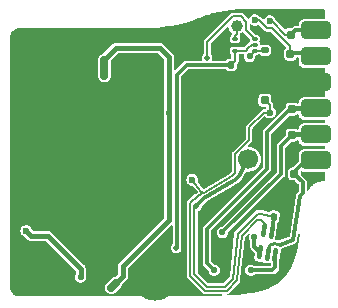
<source format=gbr>
%TF.GenerationSoftware,KiCad,Pcbnew,8.99.0-417-ga763d613e5*%
%TF.CreationDate,2024-07-02T15:16:59-04:00*%
%TF.ProjectId,kawaiiSD,6b617761-6969-4534-942e-6b696361645f,rev?*%
%TF.SameCoordinates,Original*%
%TF.FileFunction,Copper,L2,Bot*%
%TF.FilePolarity,Positive*%
%FSLAX46Y46*%
G04 Gerber Fmt 4.6, Leading zero omitted, Abs format (unit mm)*
G04 Created by KiCad (PCBNEW 8.99.0-417-ga763d613e5) date 2024-07-02 15:16:59*
%MOMM*%
%LPD*%
G01*
G04 APERTURE LIST*
G04 Aperture macros list*
%AMRoundRect*
0 Rectangle with rounded corners*
0 $1 Rounding radius*
0 $2 $3 $4 $5 $6 $7 $8 $9 X,Y pos of 4 corners*
0 Add a 4 corners polygon primitive as box body*
4,1,4,$2,$3,$4,$5,$6,$7,$8,$9,$2,$3,0*
0 Add four circle primitives for the rounded corners*
1,1,$1+$1,$2,$3*
1,1,$1+$1,$4,$5*
1,1,$1+$1,$6,$7*
1,1,$1+$1,$8,$9*
0 Add four rect primitives between the rounded corners*
20,1,$1+$1,$2,$3,$4,$5,0*
20,1,$1+$1,$4,$5,$6,$7,0*
20,1,$1+$1,$6,$7,$8,$9,0*
20,1,$1+$1,$8,$9,$2,$3,0*%
G04 Aperture macros list end*
%TA.AperFunction,SMDPad,CuDef*%
%ADD10C,1.000000*%
%TD*%
%TA.AperFunction,SMDPad,CuDef*%
%ADD11RoundRect,0.175000X0.175000X-0.175000X0.175000X0.175000X-0.175000X0.175000X-0.175000X-0.175000X0*%
%TD*%
%TA.AperFunction,SMDPad,CuDef*%
%ADD12RoundRect,0.175000X-0.175000X-0.175000X0.175000X-0.175000X0.175000X0.175000X-0.175000X0.175000X0*%
%TD*%
%TA.AperFunction,SMDPad,CuDef*%
%ADD13RoundRect,0.140000X0.140000X0.170000X-0.140000X0.170000X-0.140000X-0.170000X0.140000X-0.170000X0*%
%TD*%
%TA.AperFunction,SMDPad,CuDef*%
%ADD14RoundRect,0.140000X-0.167393X-0.143107X0.108353X-0.191728X0.167393X0.143107X-0.108353X0.191728X0*%
%TD*%
%TA.AperFunction,SMDPad,CuDef*%
%ADD15RoundRect,0.300000X0.950000X0.450000X-0.950000X0.450000X-0.950000X-0.450000X0.950000X-0.450000X0*%
%TD*%
%TA.AperFunction,SMDPad,CuDef*%
%ADD16RoundRect,0.075000X-0.162500X0.075000X-0.162500X-0.075000X0.162500X-0.075000X0.162500X0.075000X0*%
%TD*%
%TA.AperFunction,SMDPad,CuDef*%
%ADD17RoundRect,0.140000X0.170000X-0.140000X0.170000X0.140000X-0.170000X0.140000X-0.170000X-0.140000X0*%
%TD*%
%TA.AperFunction,SMDPad,CuDef*%
%ADD18RoundRect,0.100000X0.185305X0.475039X-0.011657X0.509769X-0.185305X-0.475039X0.011657X-0.509769X0*%
%TD*%
%TA.AperFunction,SMDPad,CuDef*%
%ADD19RoundRect,0.175000X0.175000X0.175000X-0.175000X0.175000X-0.175000X-0.175000X0.175000X-0.175000X0*%
%TD*%
%TA.AperFunction,ViaPad*%
%ADD20C,0.600000*%
%TD*%
%TA.AperFunction,ViaPad*%
%ADD21C,0.550000*%
%TD*%
%TA.AperFunction,ViaPad*%
%ADD22C,0.500000*%
%TD*%
%TA.AperFunction,ViaPad*%
%ADD23C,1.700000*%
%TD*%
%TA.AperFunction,ViaPad*%
%ADD24C,4.000000*%
%TD*%
%TA.AperFunction,Conductor*%
%ADD25C,0.127000*%
%TD*%
%TA.AperFunction,Conductor*%
%ADD26C,0.300000*%
%TD*%
%TA.AperFunction,Conductor*%
%ADD27C,0.200000*%
%TD*%
%TA.AperFunction,Conductor*%
%ADD28C,0.650000*%
%TD*%
%TA.AperFunction,Conductor*%
%ADD29C,0.450000*%
%TD*%
%TA.AperFunction,Conductor*%
%ADD30C,0.400000*%
%TD*%
%TA.AperFunction,Conductor*%
%ADD31C,0.250000*%
%TD*%
G04 APERTURE END LIST*
D10*
%TO.P,TP9,1,1*%
%TO.N,RGB_IN*%
X165040041Y-101704906D03*
%TD*%
D11*
%TO.P,D10,1,A1*%
%TO.N,GND*%
X168540041Y-108004906D03*
%TO.P,D10,2,A2*%
%TO.N,Mode*%
X167440041Y-108004906D03*
%TD*%
D12*
%TO.P,D4,1,A1*%
%TO.N,P1*%
X169640041Y-102454906D03*
%TO.P,D4,2,A2*%
%TO.N,GND*%
X169640041Y-101354906D03*
%TD*%
D13*
%TO.P,C10,1*%
%TO.N,GND*%
X165520041Y-105004906D03*
%TO.P,C10,2*%
%TO.N,+1V8_ALW*%
X164560041Y-105004906D03*
%TD*%
D14*
%TO.P,C7,1*%
%TO.N,+5V*%
X168225430Y-117865571D03*
%TO.P,C7,2*%
%TO.N,GND*%
X169170846Y-118032273D03*
%TD*%
D15*
%TO.P,TP11,1,1*%
%TO.N,Pb*%
X171740041Y-110904906D03*
%TD*%
D16*
%TO.P,U2,1,V_{CCA}*%
%TO.N,+1V8_ALW*%
X164902041Y-103804906D03*
%TO.P,U2,2,GND*%
%TO.N,GND*%
X164902041Y-103304906D03*
%TO.P,U2,3,A*%
%TO.N,RGB_IN*%
X164902041Y-102804906D03*
%TO.P,U2,4,B*%
%TO.N,RGB_OUT*%
X166578041Y-102804906D03*
%TO.P,U2,5,OE*%
%TO.N,+1V8_ALW*%
X166578041Y-103304906D03*
%TO.P,U2,6,V_{CCB}*%
%TO.N,+5V*%
X166578041Y-103804906D03*
%TD*%
D15*
%TO.P,TP12,1,1*%
%TO.N,Pr*%
X171740041Y-108704906D03*
%TD*%
%TO.P,TP15,1,1*%
%TO.N,P2*%
X171740041Y-104304906D03*
%TD*%
D12*
%TO.P,D3,1,A1*%
%TO.N,GND*%
X169940041Y-115354906D03*
%TO.P,D3,2,A2*%
%TO.N,Y{slash}CVBS*%
X169940041Y-114254906D03*
%TD*%
D15*
%TO.P,TP14,1,1*%
%TO.N,GND*%
X171740041Y-106504906D03*
%TD*%
D17*
%TO.P,C11,1*%
%TO.N,+5V*%
X167440040Y-103784905D03*
%TO.P,C11,2*%
%TO.N,GND*%
X167440042Y-102824907D03*
%TD*%
D12*
%TO.P,D2,1,A1*%
%TO.N,GND*%
X169740041Y-112054906D03*
%TO.P,D2,2,A2*%
%TO.N,Pb*%
X169740041Y-110954906D03*
%TD*%
D15*
%TO.P,TP16,1,1*%
%TO.N,P1*%
X171740041Y-102104906D03*
%TD*%
D18*
%TO.P,S1,1,IN*%
%TO.N,Mode*%
X167364882Y-119016468D03*
%TO.P,S1,2,V+*%
%TO.N,+5V*%
X168005006Y-119129339D03*
%TO.P,S1,3,GND*%
%TO.N,GND*%
X168645132Y-119242211D03*
%TO.P,S1,4,NC*%
%TO.N,CVBS*%
X168315200Y-121113346D03*
%TO.P,S1,5,COM*%
%TO.N,Y{slash}CVBS*%
X167675076Y-121000475D03*
%TO.P,S1,6,NO*%
%TO.N,Y*%
X167034950Y-120887603D03*
%TD*%
D19*
%TO.P,D1,1,A1*%
%TO.N,GND*%
X169740041Y-107654906D03*
%TO.P,D1,2,A2*%
%TO.N,Pr*%
X169740041Y-108754906D03*
%TD*%
D15*
%TO.P,TP13,1,1*%
%TO.N,Y{slash}CVBS*%
X171740041Y-113104906D03*
%TD*%
D11*
%TO.P,D5,1,A1*%
%TO.N,P2*%
X169590041Y-104104906D03*
%TO.P,D5,2,A2*%
%TO.N,GND*%
X168490041Y-104104906D03*
%TD*%
D20*
%TO.N,Mode*%
X161290041Y-114754906D03*
X167859301Y-109050532D03*
D21*
%TO.N,GND*%
X162306657Y-101296873D03*
X168771306Y-104827053D03*
X163481281Y-103184043D03*
D22*
%TO.N,RGB_OUT*%
X162540041Y-104404906D03*
D21*
%TO.N,GND*%
X166657244Y-110487942D03*
X162740041Y-114804906D03*
X161513468Y-111985323D03*
X161459772Y-111093969D03*
X158340041Y-113304906D03*
X158340041Y-116204906D03*
D22*
%TO.N,+5V*%
X161640041Y-116954906D03*
%TO.N,+1V8_ALW*%
X159913197Y-120504906D03*
D21*
%TO.N,GND*%
X169287360Y-118714114D03*
X169265260Y-121152064D03*
X165490041Y-124004906D03*
X164077678Y-121020176D03*
X165990041Y-120804906D03*
X169140041Y-116004906D03*
X162340041Y-117604906D03*
X155858677Y-124150822D03*
X152090758Y-105147254D03*
X154550157Y-102376658D03*
X148798601Y-115103058D03*
X160199244Y-103277330D03*
X170419763Y-100769269D03*
X155322786Y-102436862D03*
X155504855Y-117507565D03*
X157427080Y-102510328D03*
X147341614Y-113551637D03*
X159931061Y-121260195D03*
X155252406Y-116661120D03*
X158313732Y-120538545D03*
X159216906Y-120758586D03*
X151943248Y-116480230D03*
X160067758Y-102455542D03*
X166802801Y-102116728D03*
X147044821Y-112877107D03*
X156314648Y-105334532D03*
X153717322Y-102326487D03*
X148097089Y-115332399D03*
X153843248Y-110480230D03*
X157173697Y-107578171D03*
X155695773Y-104786793D03*
X146352256Y-105095912D03*
X155476177Y-120874875D03*
X147777106Y-103801507D03*
X147328124Y-114361074D03*
X147747003Y-103028877D03*
D23*
X163440041Y-113504906D03*
D21*
X156747635Y-102386692D03*
X149492952Y-124174210D03*
X152844351Y-102366623D03*
X152327131Y-119980230D03*
X171260395Y-114562308D03*
X155961333Y-119490374D03*
X154004058Y-115334200D03*
X147301142Y-115858533D03*
X168571211Y-110694697D03*
X156035211Y-102697750D03*
X148812091Y-117072688D03*
D24*
X158127131Y-122980230D03*
D21*
X147395808Y-102376658D03*
X150499573Y-113393167D03*
X169630095Y-112703779D03*
X151921209Y-102356589D03*
X157507760Y-106615629D03*
X158172168Y-102378842D03*
X160432670Y-122016859D03*
X147341614Y-115170511D03*
X148543248Y-118155674D03*
X147757037Y-104624307D03*
X150155199Y-102306419D03*
X150657675Y-104842343D03*
X146302837Y-112742201D03*
X167120281Y-104702042D03*
X151048238Y-102326487D03*
X159114484Y-102236399D03*
X151148941Y-114896808D03*
X158376340Y-109116118D03*
X149608107Y-123433213D03*
X147074715Y-105065810D03*
X171522538Y-100745468D03*
D20*
%TO.N,SD_VCC*%
X153852131Y-105280230D03*
X153852131Y-105971347D03*
D21*
X159343248Y-109080230D03*
X154827131Y-123480230D03*
X154427131Y-123880230D03*
D20*
X153852131Y-104580230D03*
%TO.N,+3.3V*%
X147243248Y-119080230D03*
D21*
X151827131Y-122980230D03*
%TO.N,+5V*%
X166140041Y-104304906D03*
D23*
X166040041Y-113004906D03*
D21*
%TO.N,Pr*%
X163140041Y-122404906D03*
%TO.N,Pb*%
X163840041Y-119204906D03*
D20*
%TO.N,P1*%
X167840041Y-101304906D03*
%TO.N,P2*%
X166592838Y-101221288D03*
D21*
%TO.N,Y*%
X166550288Y-119605800D03*
%TO.N,CVBS*%
X166240041Y-122404906D03*
%TD*%
D25*
%TO.N,Mode*%
X167859301Y-108424166D02*
X167440041Y-108004906D01*
X167859301Y-109050532D02*
X167859301Y-108424166D01*
X162056705Y-115738242D02*
X162268852Y-115833717D01*
X162268852Y-115833717D02*
X164640354Y-114429768D01*
X162174631Y-115889496D02*
X162268852Y-115833717D01*
X162056705Y-115738242D02*
X162049003Y-115963868D01*
X162049003Y-115963868D02*
X162174631Y-115889496D01*
X161729664Y-116152920D02*
X162049003Y-115963868D01*
X162056705Y-115738242D02*
X161290041Y-114754906D01*
X162174631Y-115889496D02*
X162056705Y-115738242D01*
X161073740Y-116729926D02*
X161729664Y-116152920D01*
X161076541Y-117354906D02*
X161073740Y-116729926D01*
D26*
%TO.N,+5V*%
X165270017Y-114384883D02*
X166040041Y-113004906D01*
X164899729Y-114755171D02*
X165270017Y-114384883D01*
X164753575Y-114843268D02*
X164899729Y-114755171D01*
X166040041Y-113614859D02*
X166040041Y-113004906D01*
X162297898Y-116297049D02*
X164753575Y-114843268D01*
X161640041Y-116954906D02*
X162297898Y-116297049D01*
D27*
X166840041Y-117604906D02*
X167140041Y-117604906D01*
X165140041Y-119304906D02*
X166840041Y-117604906D01*
X164740041Y-123104906D02*
X165140041Y-119304906D01*
X162540041Y-123804906D02*
X164040041Y-123804906D01*
X164040041Y-123804906D02*
X164740041Y-123104906D01*
X161440041Y-117154906D02*
X161440041Y-122704906D01*
X161640041Y-116954906D02*
X161440041Y-117154906D01*
X167140041Y-117604906D02*
X168225430Y-117865571D01*
X161440041Y-122704906D02*
X162540041Y-123804906D01*
D25*
%TO.N,Mode*%
X167333099Y-109050532D02*
X167859301Y-109050532D01*
X166105184Y-110278447D02*
X167333099Y-109050532D01*
X164890041Y-112580179D02*
X166105184Y-111365036D01*
X164890041Y-114180081D02*
X164890041Y-112580179D01*
X164640354Y-114429768D02*
X164890041Y-114180081D01*
X161076541Y-122855472D02*
X161076541Y-117354906D01*
X162389474Y-124168406D02*
X161076541Y-122855472D01*
X164190608Y-124168406D02*
X162389474Y-124168406D01*
X165103541Y-123123988D02*
X165103541Y-123255472D01*
X166105184Y-111365036D02*
X166105184Y-110278447D01*
X166804107Y-118154906D02*
X165488072Y-119470941D01*
X167140041Y-118154906D02*
X166804107Y-118154906D01*
X165488072Y-119470941D02*
X165103541Y-123123988D01*
X167364882Y-118379747D02*
X167140041Y-118154906D01*
X167364882Y-119016468D02*
X167364882Y-118379747D01*
X165103541Y-123255472D02*
X164190608Y-124168406D01*
D26*
%TO.N,+1V8_ALW*%
X159968248Y-105876699D02*
X160840041Y-105004906D01*
X160840041Y-105004906D02*
X164560041Y-105004906D01*
X159913197Y-120504906D02*
X159968248Y-120449855D01*
X159968248Y-120449855D02*
X159968248Y-105876699D01*
%TO.N,Y*%
X166550288Y-119605800D02*
X166550288Y-120402941D01*
X166550288Y-120402941D02*
X167034950Y-120887603D01*
%TO.N,Pr*%
X167640041Y-113804906D02*
X162540041Y-118904906D01*
X167640041Y-110704906D02*
X167640041Y-113804906D01*
X162540041Y-118904906D02*
X162540041Y-121804906D01*
X169590041Y-108754906D02*
X167640041Y-110704906D01*
X169740041Y-108754906D02*
X169590041Y-108754906D01*
X162540041Y-121804906D02*
X163140041Y-122404906D01*
D27*
%TO.N,RGB_OUT*%
X162540041Y-103073535D02*
X162540041Y-104404906D01*
X165390041Y-100904906D02*
X164708670Y-100904906D01*
X164708670Y-100904906D02*
X162540041Y-103073535D01*
X165840041Y-101354906D02*
X165390041Y-100904906D01*
X165840041Y-102066906D02*
X165840041Y-101354906D01*
X166578041Y-102804906D02*
X165840041Y-102066906D01*
%TO.N,P2*%
X167591512Y-101904906D02*
X168063439Y-101904906D01*
X166907894Y-101221288D02*
X167591512Y-101904906D01*
X166592838Y-101221288D02*
X166907894Y-101221288D01*
X168063439Y-101904906D02*
X169590041Y-103431508D01*
X169590041Y-103431508D02*
X169590041Y-104104906D01*
%TO.N,RGB_IN*%
X165040041Y-102404906D02*
X165040041Y-101704906D01*
X164902041Y-102542906D02*
X165040041Y-102404906D01*
X164902041Y-102804906D02*
X164902041Y-102542906D01*
D26*
%TO.N,Pb*%
X168790041Y-114254906D02*
X163840041Y-119204906D01*
X168790041Y-111904906D02*
X168790041Y-114254906D01*
X169740041Y-110954906D02*
X168790041Y-111904906D01*
%TO.N,Y{slash}CVBS*%
X170440041Y-116104906D02*
X169840041Y-119804906D01*
X170640041Y-114954906D02*
X170640041Y-115904906D01*
X170640041Y-115904906D02*
X170440041Y-116104906D01*
X169940041Y-114254906D02*
X170640041Y-114954906D01*
X169840041Y-119804906D02*
X168695674Y-120231856D01*
X171740041Y-113104906D02*
X170890041Y-113104906D01*
X170890041Y-113104906D02*
X169740041Y-114254906D01*
D28*
%TO.N,SD_VCC*%
X154427131Y-123880230D02*
X154827131Y-123480230D01*
D29*
X153852131Y-104580230D02*
X153852131Y-104564629D01*
X153852131Y-104564629D02*
X154836530Y-103580230D01*
X154827131Y-123480230D02*
X155427131Y-122880230D01*
X159343248Y-104380230D02*
X159343248Y-109080230D01*
X155427131Y-122080230D02*
X159343248Y-118164113D01*
X154836530Y-103580230D02*
X158543248Y-103580230D01*
X155427131Y-122880230D02*
X155427131Y-122080230D01*
X158543248Y-103580230D02*
X159343248Y-104380230D01*
D28*
X153852131Y-104580230D02*
X153852131Y-105971347D01*
D29*
X159343248Y-118164113D02*
X159343248Y-109080230D01*
%TO.N,+3.3V*%
X149043248Y-119480230D02*
X151827131Y-122264113D01*
X147643248Y-119480230D02*
X149043248Y-119480230D01*
X147243248Y-119080230D02*
X147643248Y-119480230D01*
X151827131Y-122264113D02*
X151827131Y-122980230D01*
D27*
%TO.N,+5V*%
X166578041Y-103804906D02*
X167420039Y-103804906D01*
X166578041Y-103866906D02*
X166140041Y-104304906D01*
X167420039Y-103804906D02*
X167440040Y-103784905D01*
D26*
X168005006Y-119129339D02*
X168227357Y-117868322D01*
D27*
X166578041Y-103804906D02*
X166578041Y-103866906D01*
D30*
%TO.N,Pr*%
X171740041Y-108704906D02*
X171569478Y-108534343D01*
X169790041Y-108704906D02*
X169740041Y-108754906D01*
X171740041Y-108704906D02*
X169790041Y-108704906D01*
%TO.N,Pb*%
X169790041Y-110904906D02*
X169740041Y-110954906D01*
X171740041Y-110904906D02*
X169790041Y-110904906D01*
D31*
%TO.N,Y{slash}CVBS*%
X167675076Y-121000475D02*
X167822614Y-120239784D01*
X167822614Y-120239784D02*
X168196385Y-120138992D01*
X168196385Y-120138992D02*
X168695674Y-120231856D01*
D26*
%TO.N,P1*%
X169990041Y-102104906D02*
X169640041Y-102454906D01*
D27*
X167840041Y-101304906D02*
X168029125Y-101304906D01*
X168029125Y-101304906D02*
X169179125Y-102454906D01*
X169179125Y-102454906D02*
X169640041Y-102454906D01*
D26*
X171740041Y-102104906D02*
X169990041Y-102104906D01*
D27*
X169640041Y-102454906D02*
X169640041Y-102404906D01*
D26*
%TO.N,P2*%
X171440041Y-104004906D02*
X169590041Y-104004906D01*
X171740041Y-104304906D02*
X171440041Y-104004906D01*
D27*
%TO.N,+1V8_ALW*%
X166578041Y-103304906D02*
X166308131Y-103304906D01*
X164902041Y-103804906D02*
X164902041Y-104662906D01*
X166040541Y-103604406D02*
X165840041Y-103804906D01*
X164902041Y-104662906D02*
X164560041Y-105004906D01*
X165840041Y-103804906D02*
X164902041Y-103804906D01*
X166040541Y-103572496D02*
X166040541Y-103604406D01*
X166308131Y-103304906D02*
X166040541Y-103572496D01*
D26*
%TO.N,CVBS*%
X168315200Y-121113346D02*
X168315200Y-122129747D01*
X168040041Y-122404906D02*
X166240041Y-122404906D01*
X168315200Y-122129747D02*
X168040041Y-122404906D01*
%TD*%
%TA.AperFunction,Conductor*%
%TO.N,GND*%
G36*
X172466104Y-100310474D02*
G01*
X172484410Y-100354668D01*
X172484410Y-101091906D01*
X172466104Y-101136100D01*
X172421910Y-101154406D01*
X170742176Y-101154406D01*
X170742159Y-101154407D01*
X170682554Y-101160815D01*
X170547709Y-101211109D01*
X170547704Y-101211112D01*
X170432497Y-101297357D01*
X170432492Y-101297362D01*
X170346247Y-101412569D01*
X170346244Y-101412574D01*
X170295950Y-101547419D01*
X170289541Y-101607025D01*
X170289541Y-101691906D01*
X170271235Y-101736100D01*
X170227041Y-101754406D01*
X169943897Y-101754406D01*
X169943896Y-101754406D01*
X169943890Y-101754407D01*
X169854756Y-101778290D01*
X169854753Y-101778291D01*
X169774827Y-101824437D01*
X169743996Y-101855268D01*
X169713164Y-101886100D01*
X169668971Y-101904406D01*
X169429405Y-101904406D01*
X169356415Y-101915040D01*
X169356414Y-101915040D01*
X169243831Y-101970078D01*
X169243829Y-101970080D01*
X169225744Y-101988166D01*
X169181550Y-102006472D01*
X169137356Y-101988166D01*
X168342126Y-101192936D01*
X168326352Y-101166352D01*
X168325206Y-101162450D01*
X168325206Y-101162449D01*
X168265418Y-101031533D01*
X168265417Y-101031531D01*
X168171169Y-100922763D01*
X168050094Y-100844953D01*
X168050092Y-100844952D01*
X168050090Y-100844951D01*
X167912004Y-100804406D01*
X167912002Y-100804406D01*
X167768080Y-100804406D01*
X167768078Y-100804406D01*
X167629991Y-100844951D01*
X167508912Y-100922763D01*
X167414664Y-101031531D01*
X167414663Y-101031533D01*
X167366922Y-101136069D01*
X167331911Y-101168665D01*
X167284106Y-101166957D01*
X167265876Y-101154299D01*
X167092405Y-100980828D01*
X167085525Y-100976856D01*
X167035398Y-100947915D01*
X167023880Y-100941265D01*
X167020099Y-100939699D01*
X167020781Y-100938050D01*
X166996450Y-100922796D01*
X166923966Y-100839145D01*
X166860982Y-100798668D01*
X166802891Y-100761335D01*
X166802889Y-100761334D01*
X166802887Y-100761333D01*
X166664801Y-100720788D01*
X166664799Y-100720788D01*
X166520877Y-100720788D01*
X166520875Y-100720788D01*
X166382788Y-100761333D01*
X166261709Y-100839145D01*
X166167461Y-100947913D01*
X166167460Y-100947915D01*
X166107842Y-101078460D01*
X166072831Y-101111056D01*
X166025026Y-101109348D01*
X166006796Y-101096690D01*
X165574549Y-100664443D01*
X165560788Y-100656499D01*
X165560787Y-100656498D01*
X165560787Y-100656499D01*
X165506030Y-100624885D01*
X165506029Y-100624884D01*
X165506028Y-100624884D01*
X165429608Y-100604406D01*
X165429603Y-100604406D01*
X164748232Y-100604406D01*
X164669108Y-100604406D01*
X164669107Y-100604406D01*
X164669101Y-100604407D01*
X164592685Y-100624882D01*
X164592676Y-100624886D01*
X164524162Y-100664443D01*
X164524153Y-100664450D01*
X162870216Y-102318389D01*
X162355530Y-102833075D01*
X162337490Y-102851115D01*
X162299582Y-102889022D01*
X162260019Y-102957546D01*
X162260019Y-102957548D01*
X162239541Y-103033967D01*
X162239541Y-104040456D01*
X162224276Y-104081384D01*
X162157159Y-104158842D01*
X162157159Y-104158843D01*
X162103343Y-104276681D01*
X162084908Y-104404906D01*
X162103343Y-104533130D01*
X162103344Y-104533133D01*
X162118328Y-104565943D01*
X162120035Y-104613748D01*
X162087439Y-104648758D01*
X162061476Y-104654406D01*
X160793897Y-104654406D01*
X160793896Y-104654406D01*
X160793890Y-104654407D01*
X160704756Y-104678290D01*
X160704747Y-104678294D01*
X160624831Y-104724434D01*
X160624822Y-104724441D01*
X159875442Y-105473822D01*
X159831248Y-105492128D01*
X159787054Y-105473822D01*
X159768748Y-105429628D01*
X159768748Y-104324213D01*
X159768746Y-104324205D01*
X159739752Y-104215996D01*
X159739751Y-104215993D01*
X159735211Y-104208129D01*
X159683733Y-104118967D01*
X159604511Y-104039745D01*
X159213522Y-103648756D01*
X158804516Y-103239749D01*
X158804512Y-103239746D01*
X158804511Y-103239745D01*
X158740477Y-103202775D01*
X158707484Y-103183726D01*
X158707481Y-103183725D01*
X158599272Y-103154731D01*
X158599267Y-103154730D01*
X158599266Y-103154730D01*
X154892548Y-103154730D01*
X154780511Y-103154730D01*
X154780510Y-103154730D01*
X154780504Y-103154731D01*
X154672297Y-103183725D01*
X154672293Y-103183726D01*
X154575265Y-103239746D01*
X154575266Y-103239746D01*
X153763826Y-104051184D01*
X153735809Y-104067360D01*
X153649297Y-104090541D01*
X153649295Y-104090541D01*
X153529464Y-104159726D01*
X153529460Y-104159729D01*
X153431630Y-104257559D01*
X153431627Y-104257563D01*
X153362442Y-104377394D01*
X153362441Y-104377397D01*
X153326632Y-104511040D01*
X153326631Y-104511048D01*
X153326631Y-106040528D01*
X153326632Y-106040536D01*
X153362441Y-106174179D01*
X153362442Y-106174182D01*
X153431627Y-106294013D01*
X153431630Y-106294017D01*
X153529460Y-106391847D01*
X153529464Y-106391850D01*
X153529466Y-106391852D01*
X153649295Y-106461035D01*
X153649298Y-106461036D01*
X153731086Y-106482950D01*
X153782948Y-106496847D01*
X153782949Y-106496847D01*
X153921313Y-106496847D01*
X153921314Y-106496847D01*
X154054967Y-106461035D01*
X154174796Y-106391852D01*
X154272636Y-106294012D01*
X154341819Y-106174183D01*
X154377631Y-106040530D01*
X154377631Y-104666765D01*
X154395937Y-104622571D01*
X154994472Y-104024036D01*
X155038666Y-104005730D01*
X158341112Y-104005730D01*
X158385306Y-104024036D01*
X158899442Y-104538172D01*
X158917748Y-104582366D01*
X158917748Y-108853709D01*
X158912100Y-108879672D01*
X158882317Y-108944886D01*
X158882316Y-108944889D01*
X158862858Y-109080230D01*
X158882316Y-109215571D01*
X158912100Y-109280786D01*
X158917748Y-109306750D01*
X158917748Y-117961977D01*
X158899442Y-118006171D01*
X155165868Y-121739745D01*
X155086650Y-121818962D01*
X155086647Y-121818965D01*
X155030627Y-121915993D01*
X155030626Y-121915996D01*
X155001632Y-122024205D01*
X155001631Y-122024213D01*
X155001631Y-122678093D01*
X154983325Y-122722287D01*
X154760138Y-122945473D01*
X154732121Y-122961649D01*
X154624298Y-122990541D01*
X154624296Y-122990541D01*
X154504464Y-123059727D01*
X154504460Y-123059730D01*
X154006631Y-123557559D01*
X154006628Y-123557563D01*
X153937442Y-123677395D01*
X153937442Y-123677397D01*
X153901630Y-123811041D01*
X153901630Y-123949418D01*
X153937442Y-124083062D01*
X153937442Y-124083064D01*
X153970504Y-124140328D01*
X154002467Y-124195690D01*
X154006628Y-124202896D01*
X154006631Y-124202900D01*
X154104460Y-124300729D01*
X154104464Y-124300732D01*
X154104466Y-124300734D01*
X154224296Y-124369918D01*
X154249263Y-124376608D01*
X154357942Y-124405730D01*
X154357948Y-124405731D01*
X154496314Y-124405731D01*
X154496319Y-124405730D01*
X154542168Y-124393444D01*
X154629966Y-124369918D01*
X154749796Y-124300734D01*
X155247635Y-123802895D01*
X155316819Y-123683065D01*
X155345712Y-123575233D01*
X155361884Y-123547223D01*
X155767616Y-123141493D01*
X155823634Y-123044467D01*
X155852631Y-122936249D01*
X155852631Y-122824212D01*
X155852631Y-122282366D01*
X155870937Y-122238172D01*
X159511054Y-118598055D01*
X159555248Y-118579749D01*
X159599442Y-118598055D01*
X159617748Y-118642249D01*
X159617748Y-120134626D01*
X159602483Y-120175554D01*
X159530315Y-120258842D01*
X159530315Y-120258843D01*
X159476499Y-120376681D01*
X159458064Y-120504906D01*
X159476499Y-120633130D01*
X159476500Y-120633132D01*
X159530315Y-120750969D01*
X159615148Y-120848873D01*
X159724128Y-120918910D01*
X159724130Y-120918910D01*
X159724131Y-120918911D01*
X159786276Y-120937158D01*
X159825698Y-120948733D01*
X159848422Y-120955405D01*
X159848424Y-120955406D01*
X159848425Y-120955406D01*
X159977970Y-120955406D01*
X159977970Y-120955405D01*
X160102266Y-120918910D01*
X160211246Y-120848873D01*
X160296079Y-120750969D01*
X160349894Y-120633132D01*
X160368330Y-120504906D01*
X160349894Y-120376680D01*
X160343834Y-120363410D01*
X160324396Y-120320846D01*
X160318748Y-120294883D01*
X160318748Y-106047769D01*
X160337054Y-106003575D01*
X160966917Y-105373712D01*
X161011111Y-105355406D01*
X164093112Y-105355406D01*
X164137306Y-105373712D01*
X164221722Y-105458128D01*
X164221723Y-105458128D01*
X164221725Y-105458130D01*
X164330554Y-105508878D01*
X164380140Y-105515406D01*
X164739941Y-105515405D01*
X164789528Y-105508878D01*
X164898357Y-105458130D01*
X164983265Y-105373222D01*
X165034013Y-105264393D01*
X165040541Y-105214807D01*
X165040540Y-104975264D01*
X165058846Y-104931071D01*
X165142501Y-104847417D01*
X165158959Y-104818910D01*
X165182062Y-104778895D01*
X165202541Y-104702468D01*
X165202541Y-104167906D01*
X165220847Y-104123712D01*
X165265041Y-104105406D01*
X165616205Y-104105406D01*
X165660399Y-104123712D01*
X165678705Y-104167906D01*
X165678069Y-104176800D01*
X165659651Y-104304905D01*
X165679109Y-104440246D01*
X165679110Y-104440249D01*
X165730001Y-104551683D01*
X165735911Y-104564624D01*
X165825452Y-104667961D01*
X165940480Y-104741884D01*
X166066538Y-104778898D01*
X166071671Y-104780405D01*
X166071673Y-104780406D01*
X166071674Y-104780406D01*
X166208409Y-104780406D01*
X166208409Y-104780405D01*
X166339602Y-104741884D01*
X166454630Y-104667961D01*
X166544171Y-104564624D01*
X166600972Y-104440248D01*
X166620431Y-104304906D01*
X166617916Y-104287418D01*
X166629745Y-104241071D01*
X166635573Y-104234343D01*
X166696207Y-104173709D01*
X166740400Y-104155405D01*
X166767672Y-104155405D01*
X166767673Y-104155405D01*
X166848036Y-104139421D01*
X166883180Y-104115938D01*
X166917902Y-104105406D01*
X166943112Y-104105406D01*
X166987306Y-104123712D01*
X167071721Y-104208127D01*
X167071722Y-104208127D01*
X167071724Y-104208129D01*
X167180553Y-104258877D01*
X167230139Y-104265405D01*
X167649940Y-104265404D01*
X167699527Y-104258877D01*
X167808356Y-104208129D01*
X167893264Y-104123221D01*
X167944012Y-104014392D01*
X167950540Y-103964806D01*
X167950539Y-103605005D01*
X167944012Y-103555418D01*
X167893264Y-103446589D01*
X167893262Y-103446587D01*
X167893262Y-103446586D01*
X167808358Y-103361682D01*
X167699526Y-103310932D01*
X167649941Y-103304405D01*
X167230148Y-103304405D01*
X167230146Y-103304405D01*
X167230140Y-103304406D01*
X167180553Y-103310933D01*
X167180551Y-103310933D01*
X167180550Y-103310934D01*
X167180547Y-103310934D01*
X167104953Y-103346185D01*
X167057164Y-103348272D01*
X167021896Y-103315954D01*
X167016040Y-103289541D01*
X167016040Y-103202775D01*
X167016039Y-103202771D01*
X167015091Y-103198006D01*
X167000056Y-103122411D01*
X167000055Y-103122409D01*
X167000054Y-103122407D01*
X166978152Y-103089630D01*
X166968819Y-103042714D01*
X166978152Y-103020182D01*
X166980802Y-103016217D01*
X166995131Y-102994772D01*
X167000055Y-102987403D01*
X167000056Y-102987400D01*
X167005994Y-102957548D01*
X167016041Y-102907039D01*
X167016040Y-102702774D01*
X167000056Y-102622411D01*
X166966471Y-102572148D01*
X166939165Y-102531281D01*
X166848037Y-102470391D01*
X166848035Y-102470390D01*
X166767674Y-102454406D01*
X166678400Y-102454406D01*
X166634206Y-102436100D01*
X166158847Y-101960741D01*
X166140541Y-101916547D01*
X166140541Y-101631163D01*
X166158847Y-101586969D01*
X166203041Y-101568663D01*
X166247235Y-101586969D01*
X166250271Y-101590230D01*
X166261710Y-101603431D01*
X166382785Y-101681241D01*
X166382787Y-101681241D01*
X166382788Y-101681242D01*
X166520874Y-101721787D01*
X166520876Y-101721788D01*
X166520877Y-101721788D01*
X166664800Y-101721788D01*
X166664800Y-101721787D01*
X166802891Y-101681241D01*
X166845739Y-101653703D01*
X166892814Y-101645210D01*
X166923723Y-101662088D01*
X167351052Y-102089417D01*
X167407001Y-102145366D01*
X167475523Y-102184927D01*
X167498908Y-102191193D01*
X167551944Y-102205405D01*
X167551950Y-102205406D01*
X167631074Y-102205406D01*
X167913080Y-102205406D01*
X167957274Y-102223712D01*
X169239269Y-103505707D01*
X169257575Y-103549901D01*
X169239269Y-103594095D01*
X169222526Y-103606050D01*
X169193831Y-103620078D01*
X169105213Y-103708696D01*
X169050175Y-103821279D01*
X169050175Y-103821280D01*
X169039541Y-103894270D01*
X169039541Y-104315541D01*
X169050175Y-104388531D01*
X169050175Y-104388532D01*
X169105213Y-104501115D01*
X169193831Y-104589733D01*
X169242955Y-104613748D01*
X169306416Y-104644772D01*
X169379405Y-104655406D01*
X169800677Y-104655406D01*
X169873666Y-104644772D01*
X169986252Y-104589732D01*
X170074867Y-104501117D01*
X170128966Y-104390456D01*
X170164821Y-104358792D01*
X170185115Y-104355406D01*
X170227042Y-104355406D01*
X170271236Y-104373712D01*
X170289542Y-104417906D01*
X170289542Y-104802787D01*
X170295950Y-104862392D01*
X170346244Y-104997237D01*
X170346247Y-104997242D01*
X170432492Y-105112449D01*
X170432497Y-105112454D01*
X170547704Y-105198699D01*
X170547709Y-105198702D01*
X170682555Y-105248996D01*
X170682556Y-105248996D01*
X170682558Y-105248997D01*
X170742168Y-105255406D01*
X172421910Y-105255405D01*
X172466104Y-105273711D01*
X172484410Y-105317905D01*
X172484410Y-107691906D01*
X172466104Y-107736100D01*
X172421910Y-107754406D01*
X170742176Y-107754406D01*
X170742159Y-107754407D01*
X170682554Y-107760815D01*
X170547709Y-107811109D01*
X170547704Y-107811112D01*
X170432497Y-107897357D01*
X170432492Y-107897362D01*
X170346247Y-108012569D01*
X170346244Y-108012574D01*
X170295950Y-108147419D01*
X170289541Y-108207025D01*
X170289541Y-108241906D01*
X170271235Y-108286100D01*
X170227041Y-108304406D01*
X170196466Y-108304406D01*
X170152272Y-108286100D01*
X170136250Y-108270078D01*
X170023666Y-108215040D01*
X169950677Y-108204406D01*
X169529405Y-108204406D01*
X169456415Y-108215040D01*
X169456414Y-108215040D01*
X169343831Y-108270078D01*
X169255213Y-108358696D01*
X169200175Y-108471279D01*
X169200175Y-108471280D01*
X169189541Y-108544270D01*
X169189541Y-108633835D01*
X169171235Y-108678029D01*
X167359575Y-110489688D01*
X167359572Y-110489692D01*
X167313426Y-110569618D01*
X167313425Y-110569621D01*
X167289542Y-110658755D01*
X167289541Y-110658763D01*
X167289541Y-113633835D01*
X167271235Y-113678029D01*
X162259575Y-118689688D01*
X162259568Y-118689697D01*
X162219228Y-118759567D01*
X162219229Y-118759568D01*
X162213427Y-118769616D01*
X162213425Y-118769621D01*
X162189542Y-118858755D01*
X162189541Y-118858763D01*
X162189541Y-121851048D01*
X162189542Y-121851056D01*
X162210517Y-121929336D01*
X162213425Y-121940190D01*
X162213429Y-121940200D01*
X162259568Y-122020114D01*
X162259575Y-122020123D01*
X162647508Y-122408055D01*
X162665178Y-122443354D01*
X162679109Y-122540246D01*
X162679110Y-122540249D01*
X162734261Y-122661011D01*
X162735911Y-122664624D01*
X162825452Y-122767961D01*
X162940480Y-122841884D01*
X162940482Y-122841884D01*
X162940483Y-122841885D01*
X163071671Y-122880405D01*
X163071673Y-122880406D01*
X163071674Y-122880406D01*
X163208409Y-122880406D01*
X163208409Y-122880405D01*
X163339602Y-122841884D01*
X163454630Y-122767961D01*
X163544171Y-122664624D01*
X163600972Y-122540248D01*
X163620431Y-122404906D01*
X163600972Y-122269564D01*
X163544171Y-122145188D01*
X163454630Y-122041851D01*
X163339602Y-121967928D01*
X163339600Y-121967927D01*
X163339598Y-121967926D01*
X163208410Y-121929406D01*
X163208408Y-121929406D01*
X163186111Y-121929406D01*
X163141917Y-121911100D01*
X162908847Y-121678030D01*
X162890541Y-121633836D01*
X162890541Y-119075976D01*
X162908847Y-119031782D01*
X167920506Y-114020123D01*
X167920511Y-114020118D01*
X167966655Y-113940194D01*
X167976244Y-113904407D01*
X167990541Y-113851050D01*
X167990541Y-110875976D01*
X168008847Y-110831782D01*
X169516917Y-109323712D01*
X169561111Y-109305406D01*
X169950677Y-109305406D01*
X170023666Y-109294772D01*
X170136252Y-109239732D01*
X170185878Y-109190105D01*
X170230069Y-109171801D01*
X170274264Y-109190106D01*
X170292212Y-109227620D01*
X170295950Y-109262392D01*
X170346244Y-109397237D01*
X170346247Y-109397242D01*
X170432492Y-109512449D01*
X170432497Y-109512454D01*
X170547704Y-109598699D01*
X170547709Y-109598702D01*
X170682555Y-109648996D01*
X170682556Y-109648996D01*
X170682558Y-109648997D01*
X170742168Y-109655406D01*
X172421910Y-109655405D01*
X172466104Y-109673711D01*
X172484410Y-109717905D01*
X172484410Y-109891906D01*
X172466104Y-109936100D01*
X172421910Y-109954406D01*
X170742176Y-109954406D01*
X170742159Y-109954407D01*
X170682554Y-109960815D01*
X170547709Y-110011109D01*
X170547704Y-110011112D01*
X170432497Y-110097357D01*
X170432492Y-110097362D01*
X170346247Y-110212569D01*
X170346244Y-110212574D01*
X170295950Y-110347419D01*
X170289541Y-110407025D01*
X170289541Y-110441906D01*
X170271235Y-110486100D01*
X170227041Y-110504406D01*
X170196466Y-110504406D01*
X170152272Y-110486100D01*
X170136250Y-110470078D01*
X170023666Y-110415040D01*
X169950677Y-110404406D01*
X169529405Y-110404406D01*
X169456415Y-110415040D01*
X169456414Y-110415040D01*
X169343831Y-110470078D01*
X169255213Y-110558696D01*
X169200175Y-110671279D01*
X169200175Y-110671280D01*
X169189541Y-110744270D01*
X169189541Y-110983836D01*
X169171235Y-111028030D01*
X168509571Y-111689693D01*
X168496432Y-111712452D01*
X168463426Y-111769618D01*
X168463425Y-111769621D01*
X168439542Y-111858755D01*
X168439541Y-111858763D01*
X168439541Y-114083836D01*
X168421235Y-114128030D01*
X163838165Y-118711100D01*
X163793971Y-118729406D01*
X163771672Y-118729406D01*
X163640483Y-118767926D01*
X163633540Y-118772388D01*
X163525452Y-118841851D01*
X163435911Y-118945188D01*
X163435910Y-118945189D01*
X163435909Y-118945191D01*
X163379110Y-119069562D01*
X163379109Y-119069565D01*
X163359651Y-119204906D01*
X163379109Y-119340246D01*
X163379110Y-119340249D01*
X163435713Y-119464191D01*
X163435911Y-119464624D01*
X163525452Y-119567961D01*
X163640480Y-119641884D01*
X163640482Y-119641884D01*
X163640483Y-119641885D01*
X163688984Y-119656126D01*
X163763156Y-119677905D01*
X163771671Y-119680405D01*
X163771673Y-119680406D01*
X163771674Y-119680406D01*
X163908409Y-119680406D01*
X163908409Y-119680405D01*
X164039602Y-119641884D01*
X164154630Y-119567961D01*
X164244171Y-119464624D01*
X164300972Y-119340248D01*
X164314902Y-119243353D01*
X164332570Y-119208057D01*
X169070511Y-114470118D01*
X169116655Y-114390194D01*
X169120122Y-114377255D01*
X169140541Y-114301050D01*
X169140541Y-112075976D01*
X169158847Y-112031782D01*
X169666917Y-111523712D01*
X169711111Y-111505406D01*
X169950677Y-111505406D01*
X170023666Y-111494772D01*
X170136252Y-111439732D01*
X170185878Y-111390105D01*
X170230069Y-111371801D01*
X170274264Y-111390106D01*
X170292212Y-111427620D01*
X170295950Y-111462392D01*
X170346244Y-111597237D01*
X170346247Y-111597242D01*
X170432492Y-111712449D01*
X170432497Y-111712454D01*
X170547704Y-111798699D01*
X170547709Y-111798702D01*
X170682555Y-111848996D01*
X170682556Y-111848996D01*
X170682558Y-111848997D01*
X170742168Y-111855406D01*
X172421910Y-111855405D01*
X172466104Y-111873711D01*
X172484410Y-111917905D01*
X172484410Y-112091906D01*
X172466104Y-112136100D01*
X172421910Y-112154406D01*
X170742176Y-112154406D01*
X170742159Y-112154407D01*
X170682554Y-112160815D01*
X170547709Y-112211109D01*
X170547704Y-112211112D01*
X170432497Y-112297357D01*
X170432492Y-112297362D01*
X170346247Y-112412569D01*
X170346244Y-112412574D01*
X170295950Y-112547419D01*
X170289541Y-112607025D01*
X170289541Y-113183835D01*
X170271235Y-113228029D01*
X169813165Y-113686100D01*
X169768971Y-113704406D01*
X169729405Y-113704406D01*
X169656415Y-113715040D01*
X169656414Y-113715040D01*
X169543831Y-113770078D01*
X169455213Y-113858696D01*
X169400175Y-113971279D01*
X169400175Y-113971280D01*
X169394703Y-114008836D01*
X169389541Y-114044270D01*
X169389541Y-114465542D01*
X169391871Y-114481533D01*
X169400175Y-114538531D01*
X169400175Y-114538532D01*
X169455213Y-114651115D01*
X169543831Y-114739733D01*
X169600123Y-114767252D01*
X169656416Y-114794772D01*
X169729405Y-114805406D01*
X169968971Y-114805406D01*
X170013165Y-114823712D01*
X170271235Y-115081782D01*
X170289541Y-115125976D01*
X170289541Y-115733835D01*
X170271235Y-115778029D01*
X170243317Y-115805947D01*
X170215720Y-115833544D01*
X170208080Y-115840045D01*
X170197637Y-115847574D01*
X170197636Y-115847575D01*
X170181666Y-115867147D01*
X170177438Y-115871825D01*
X170159571Y-115889693D01*
X170159568Y-115889696D01*
X170153133Y-115900843D01*
X170147438Y-115909097D01*
X170139299Y-115919074D01*
X170139290Y-115919088D01*
X170128931Y-115942124D01*
X170126059Y-115947736D01*
X170113427Y-115969618D01*
X170110093Y-115982057D01*
X170106729Y-115991501D01*
X170101448Y-116003248D01*
X170097401Y-116028198D01*
X170096078Y-116034363D01*
X170089543Y-116058755D01*
X170089542Y-116058764D01*
X170089542Y-116071632D01*
X170088736Y-116081636D01*
X169532481Y-119511866D01*
X169507337Y-119552561D01*
X169492634Y-119560419D01*
X168634967Y-119880404D01*
X168601691Y-119883292D01*
X168566421Y-119876733D01*
X168346963Y-119835915D01*
X168306862Y-119809837D01*
X168296946Y-119763040D01*
X168298503Y-119756593D01*
X168301774Y-119745633D01*
X168304807Y-119735472D01*
X168494035Y-118662299D01*
X168495529Y-118637047D01*
X168470824Y-118536647D01*
X168469965Y-118510868D01*
X168492275Y-118384340D01*
X168517976Y-118343999D01*
X168578267Y-118301784D01*
X168647142Y-118203420D01*
X168662181Y-118155721D01*
X168735078Y-117742298D01*
X168737261Y-117692331D01*
X168706182Y-117576343D01*
X168666968Y-117520339D01*
X168637308Y-117477979D01*
X168538946Y-117409106D01*
X168538942Y-117409104D01*
X168510996Y-117400293D01*
X168491245Y-117394066D01*
X168491243Y-117394065D01*
X168491241Y-117394065D01*
X168136919Y-117331589D01*
X168136906Y-117331587D01*
X168086947Y-117329404D01*
X168086939Y-117329405D01*
X167970956Y-117360484D01*
X167970955Y-117360485D01*
X167872593Y-117429357D01*
X167871565Y-117430826D01*
X167870353Y-117431597D01*
X167868727Y-117433224D01*
X167868366Y-117432863D01*
X167831218Y-117456523D01*
X167805777Y-117455743D01*
X167214841Y-117313825D01*
X167213261Y-117313424D01*
X167179604Y-117304406D01*
X167175679Y-117303889D01*
X167171747Y-117303475D01*
X167136927Y-117304385D01*
X167135296Y-117304406D01*
X166800473Y-117304406D01*
X166724054Y-117324884D01*
X166724052Y-117324884D01*
X166663037Y-117360112D01*
X166655529Y-117364446D01*
X164941029Y-119078945D01*
X164936162Y-119083327D01*
X164920218Y-119096235D01*
X164920216Y-119096236D01*
X164913735Y-119105154D01*
X164907375Y-119112600D01*
X164899581Y-119120393D01*
X164899581Y-119120394D01*
X164889325Y-119138157D01*
X164885761Y-119143645D01*
X164873700Y-119160242D01*
X164873699Y-119160243D01*
X164869744Y-119170539D01*
X164865533Y-119179366D01*
X164860020Y-119188916D01*
X164854712Y-119208725D01*
X164852688Y-119214951D01*
X164845334Y-119234101D01*
X164844179Y-119245067D01*
X164842395Y-119254691D01*
X164839541Y-119265345D01*
X164839541Y-119285851D01*
X164839198Y-119292394D01*
X164454645Y-122945641D01*
X164436682Y-122983292D01*
X163933876Y-123486100D01*
X163889682Y-123504406D01*
X162690400Y-123504406D01*
X162646206Y-123486100D01*
X161758847Y-122598741D01*
X161740541Y-122554547D01*
X161740541Y-117441702D01*
X161758847Y-117397508D01*
X161785431Y-117381734D01*
X161829110Y-117368910D01*
X161938090Y-117298873D01*
X162022923Y-117200969D01*
X162076738Y-117083132D01*
X162085404Y-117022851D01*
X162103073Y-116987554D01*
X162508914Y-116581712D01*
X162521259Y-116572132D01*
X164889044Y-115170384D01*
X164894279Y-115167705D01*
X164894994Y-115167273D01*
X164894997Y-115167273D01*
X164933185Y-115144253D01*
X164933397Y-115144126D01*
X164971837Y-115121371D01*
X164971837Y-115121370D01*
X164972563Y-115120941D01*
X164977415Y-115117593D01*
X164991598Y-115109044D01*
X165077408Y-115057320D01*
X165078274Y-115056809D01*
X165114941Y-115035641D01*
X165114947Y-115035634D01*
X165117579Y-115033615D01*
X165120182Y-115031538D01*
X165120190Y-115031534D01*
X165149535Y-115001059D01*
X165150256Y-115000324D01*
X165482428Y-114668151D01*
X165487855Y-114663322D01*
X165489297Y-114662181D01*
X165489311Y-114662173D01*
X165519467Y-114631119D01*
X165519974Y-114630605D01*
X165550486Y-114600095D01*
X165550489Y-114600088D01*
X165551595Y-114598648D01*
X165551697Y-114598530D01*
X165551787Y-114598410D01*
X165552392Y-114597610D01*
X165552427Y-114597563D01*
X165552506Y-114597444D01*
X165553599Y-114595974D01*
X165553607Y-114595967D01*
X165574712Y-114558143D01*
X165575039Y-114557567D01*
X165596631Y-114520171D01*
X165596632Y-114520164D01*
X165597339Y-114518460D01*
X165600501Y-114511925D01*
X165842225Y-114078726D01*
X165879743Y-114049055D01*
X165902923Y-114046983D01*
X166040041Y-114060489D01*
X166245975Y-114040206D01*
X166443995Y-113980138D01*
X166626491Y-113882591D01*
X166786451Y-113751316D01*
X166917726Y-113591356D01*
X167015273Y-113408860D01*
X167075341Y-113210840D01*
X167095624Y-113004906D01*
X167075341Y-112798972D01*
X167015273Y-112600952D01*
X166958008Y-112493818D01*
X166917729Y-112418461D01*
X166917727Y-112418459D01*
X166917726Y-112418456D01*
X166786451Y-112258496D01*
X166728709Y-112211109D01*
X166626496Y-112127225D01*
X166626494Y-112127224D01*
X166626491Y-112127221D01*
X166626489Y-112127219D01*
X166626485Y-112127217D01*
X166443995Y-112029674D01*
X166443990Y-112029672D01*
X166245976Y-111969606D01*
X166245971Y-111969605D01*
X166038829Y-111949203D01*
X165996642Y-111926653D01*
X165982756Y-111880878D01*
X166000759Y-111842812D01*
X166328993Y-111514580D01*
X166369184Y-111417548D01*
X166369184Y-111312523D01*
X166369184Y-110413686D01*
X166387489Y-110369493D01*
X167386063Y-109370918D01*
X167430256Y-109352613D01*
X167474450Y-109370919D01*
X167477490Y-109374184D01*
X167497466Y-109397237D01*
X167528173Y-109432675D01*
X167649248Y-109510485D01*
X167649250Y-109510485D01*
X167649251Y-109510486D01*
X167787337Y-109551031D01*
X167787339Y-109551032D01*
X167787340Y-109551032D01*
X167931263Y-109551032D01*
X167931263Y-109551031D01*
X168069354Y-109510485D01*
X168190429Y-109432675D01*
X168284678Y-109323905D01*
X168344466Y-109192989D01*
X168364948Y-109050532D01*
X168344466Y-108908075D01*
X168284678Y-108777159D01*
X168284677Y-108777157D01*
X168190430Y-108668390D01*
X168190429Y-108668389D01*
X168170969Y-108655882D01*
X168152010Y-108643698D01*
X168124729Y-108604404D01*
X168123301Y-108591120D01*
X168123301Y-108371653D01*
X168123300Y-108371650D01*
X168083111Y-108274625D01*
X168083107Y-108274620D01*
X168008847Y-108200360D01*
X167990541Y-108156166D01*
X167990541Y-107794270D01*
X167990443Y-107793594D01*
X167979907Y-107721281D01*
X167977609Y-107716580D01*
X167924868Y-107608696D01*
X167836250Y-107520078D01*
X167723666Y-107465040D01*
X167650677Y-107454406D01*
X167229405Y-107454406D01*
X167156415Y-107465040D01*
X167156414Y-107465040D01*
X167043831Y-107520078D01*
X166955213Y-107608696D01*
X166900175Y-107721279D01*
X166900175Y-107721280D01*
X166889541Y-107794270D01*
X166889541Y-108215541D01*
X166900175Y-108288531D01*
X166900175Y-108288532D01*
X166955213Y-108401115D01*
X167043831Y-108489733D01*
X167100123Y-108517252D01*
X167156416Y-108544772D01*
X167229405Y-108555406D01*
X167491123Y-108555406D01*
X167535317Y-108573712D01*
X167553623Y-108617906D01*
X167535317Y-108662100D01*
X167531383Y-108665270D01*
X167531550Y-108665463D01*
X167528173Y-108668389D01*
X167444493Y-108764960D01*
X167401719Y-108786373D01*
X167397260Y-108786532D01*
X167280583Y-108786532D01*
X167183558Y-108826721D01*
X167183553Y-108826725D01*
X165881377Y-110128901D01*
X165881373Y-110128906D01*
X165841184Y-110225931D01*
X165841184Y-111229795D01*
X165822878Y-111273989D01*
X164740497Y-112356371D01*
X164666234Y-112430633D01*
X164666230Y-112430638D01*
X164626041Y-112527663D01*
X164626041Y-114044840D01*
X164607735Y-114089034D01*
X164482789Y-114213979D01*
X164470434Y-114223567D01*
X162287333Y-115515981D01*
X162239978Y-115522742D01*
X162206204Y-115500628D01*
X162204642Y-115498625D01*
X161783985Y-114959084D01*
X161771250Y-114912976D01*
X161774421Y-114901786D01*
X161773948Y-114901647D01*
X161775206Y-114897363D01*
X161795688Y-114754904D01*
X161775206Y-114612450D01*
X161768849Y-114598530D01*
X161715418Y-114481533D01*
X161715417Y-114481531D01*
X161621169Y-114372763D01*
X161500094Y-114294953D01*
X161500092Y-114294952D01*
X161500090Y-114294951D01*
X161362004Y-114254406D01*
X161362002Y-114254406D01*
X161218080Y-114254406D01*
X161218078Y-114254406D01*
X161079991Y-114294951D01*
X160958912Y-114372763D01*
X160864664Y-114481531D01*
X160864664Y-114481533D01*
X160804875Y-114612450D01*
X160784394Y-114754904D01*
X160804875Y-114897361D01*
X160810511Y-114909702D01*
X160864005Y-115026837D01*
X160864664Y-115028278D01*
X160864664Y-115028280D01*
X160954296Y-115131721D01*
X160958913Y-115137049D01*
X161079988Y-115214859D01*
X161079990Y-115214859D01*
X161079991Y-115214860D01*
X161218077Y-115255405D01*
X161218079Y-115255406D01*
X161218080Y-115255406D01*
X161314980Y-115255406D01*
X161359174Y-115273712D01*
X161364270Y-115279477D01*
X161738255Y-115759157D01*
X161750991Y-115805266D01*
X161727394Y-115846876D01*
X161720805Y-115851368D01*
X161624177Y-115908573D01*
X161612522Y-115913942D01*
X161594721Y-115920016D01*
X161594720Y-115920017D01*
X161578270Y-115934486D01*
X161568837Y-115941336D01*
X161549984Y-115952498D01*
X161538702Y-115967539D01*
X161529987Y-115976961D01*
X160939470Y-116496430D01*
X160926703Y-116504422D01*
X160923193Y-116506790D01*
X160894097Y-116536148D01*
X160890988Y-116539078D01*
X160859940Y-116566391D01*
X160857414Y-116569693D01*
X160851573Y-116577897D01*
X160849263Y-116581389D01*
X160833618Y-116619640D01*
X160831868Y-116623533D01*
X160813635Y-116660653D01*
X160812540Y-116664761D01*
X160810307Y-116674474D01*
X160809506Y-116678596D01*
X160809691Y-116719949D01*
X160809564Y-116724218D01*
X160806925Y-116765465D01*
X160807485Y-116769671D01*
X160809980Y-116784516D01*
X160811703Y-117168516D01*
X160812508Y-117348188D01*
X160812540Y-117355176D01*
X160812541Y-117355456D01*
X160812541Y-122907986D01*
X160821825Y-122930399D01*
X160821825Y-122930401D01*
X160821826Y-122930401D01*
X160829876Y-122949837D01*
X160852732Y-123005016D01*
X162165666Y-124317950D01*
X162239930Y-124392214D01*
X162239931Y-124392214D01*
X162239933Y-124392216D01*
X162336958Y-124432405D01*
X162336961Y-124432406D01*
X163742410Y-124432406D01*
X163786604Y-124450712D01*
X163804910Y-124494906D01*
X163786604Y-124539100D01*
X163744154Y-124557382D01*
X163378662Y-124567586D01*
X163378114Y-124567599D01*
X163361191Y-124567923D01*
X163361178Y-124567923D01*
X163334784Y-124568422D01*
X163332753Y-124568461D01*
X163332743Y-124568461D01*
X163315920Y-124568776D01*
X163314237Y-124568808D01*
X163314229Y-124568808D01*
X163299280Y-124569086D01*
X163297411Y-124569121D01*
X163297395Y-124569121D01*
X163269210Y-124569638D01*
X163269201Y-124569639D01*
X163254807Y-124569901D01*
X163254794Y-124569901D01*
X163230005Y-124570347D01*
X163229995Y-124570347D01*
X163205879Y-124570777D01*
X163205867Y-124570777D01*
X163191208Y-124571035D01*
X163189986Y-124571057D01*
X163189976Y-124571057D01*
X163166031Y-124571475D01*
X163166022Y-124571476D01*
X163144767Y-124571844D01*
X163144752Y-124571844D01*
X163128387Y-124572123D01*
X163127296Y-124572142D01*
X163127289Y-124572142D01*
X163103323Y-124572548D01*
X163099899Y-124572606D01*
X163099890Y-124572606D01*
X163083211Y-124572886D01*
X163083196Y-124572886D01*
X163061490Y-124573245D01*
X163061485Y-124573246D01*
X163039675Y-124573605D01*
X163039661Y-124573605D01*
X163021274Y-124573903D01*
X163019960Y-124573925D01*
X163019952Y-124573925D01*
X163000232Y-124574242D01*
X162997767Y-124574282D01*
X162997758Y-124574282D01*
X162979194Y-124574578D01*
X162979188Y-124574578D01*
X162956033Y-124574945D01*
X162956016Y-124574945D01*
X162940177Y-124575191D01*
X162939245Y-124575206D01*
X162939243Y-124575206D01*
X162914896Y-124575584D01*
X162914880Y-124575585D01*
X162895743Y-124575877D01*
X162895740Y-124575877D01*
X162873657Y-124576213D01*
X162873643Y-124576213D01*
X162857457Y-124576455D01*
X162856300Y-124576473D01*
X162856296Y-124576473D01*
X162831278Y-124576846D01*
X162831267Y-124576846D01*
X162811362Y-124577139D01*
X162809552Y-124577166D01*
X162809545Y-124577166D01*
X162790455Y-124577445D01*
X162769685Y-124577745D01*
X162747257Y-124578066D01*
X162747251Y-124578066D01*
X162729589Y-124578317D01*
X162729579Y-124578317D01*
X162708575Y-124578612D01*
X162708505Y-124578613D01*
X162274195Y-124584227D01*
X162274070Y-124584228D01*
X162256217Y-124584423D01*
X162255681Y-124584429D01*
X162255678Y-124584429D01*
X162215344Y-124584867D01*
X162215289Y-124584867D01*
X162211564Y-124584908D01*
X162211206Y-124584912D01*
X162211205Y-124584912D01*
X162191958Y-124585121D01*
X162191949Y-124585121D01*
X162183835Y-124585208D01*
X162183815Y-124585207D01*
X162121939Y-124585874D01*
X162121939Y-124585875D01*
X162121793Y-124585876D01*
X162121573Y-124585879D01*
X162121511Y-124585879D01*
X162092371Y-124586191D01*
X162091964Y-124586196D01*
X162091962Y-124586196D01*
X162056466Y-124586575D01*
X162056465Y-124586575D01*
X162041816Y-124586731D01*
X162003797Y-124587136D01*
X162003737Y-124587136D01*
X162003421Y-124587140D01*
X162003419Y-124587140D01*
X162002231Y-124587152D01*
X162002124Y-124587154D01*
X162002123Y-124587153D01*
X161984054Y-124587345D01*
X161983686Y-124587349D01*
X161977098Y-124587418D01*
X161970225Y-124587491D01*
X161970226Y-124587492D01*
X161929018Y-124587927D01*
X161929016Y-124587927D01*
X161890472Y-124588333D01*
X161890471Y-124588332D01*
X161889568Y-124588342D01*
X161889548Y-124588343D01*
X161877463Y-124588470D01*
X161877460Y-124588470D01*
X161837154Y-124588892D01*
X161837153Y-124588892D01*
X161822408Y-124589046D01*
X161822407Y-124589046D01*
X161791936Y-124589364D01*
X161760961Y-124589687D01*
X161760960Y-124589687D01*
X161756087Y-124589738D01*
X161756079Y-124589738D01*
X161751672Y-124589783D01*
X161751669Y-124589784D01*
X161747932Y-124589823D01*
X161746997Y-124589833D01*
X161746991Y-124589833D01*
X161731681Y-124589992D01*
X161731680Y-124589992D01*
X161687924Y-124590445D01*
X161687925Y-124590446D01*
X161660300Y-124590733D01*
X161660293Y-124590733D01*
X161343897Y-124593985D01*
X161343875Y-124593984D01*
X161339373Y-124594030D01*
X161339372Y-124594030D01*
X161333055Y-124594095D01*
X161330652Y-124594120D01*
X161330642Y-124594119D01*
X161296871Y-124594468D01*
X161296843Y-124594466D01*
X161291078Y-124594526D01*
X161270579Y-124594740D01*
X161270571Y-124594740D01*
X161256723Y-124594882D01*
X161256691Y-124594884D01*
X161246618Y-124594989D01*
X161243459Y-124595022D01*
X161243458Y-124595022D01*
X161243374Y-124595023D01*
X161232506Y-124595136D01*
X161231097Y-124595151D01*
X161231096Y-124595151D01*
X161208419Y-124595386D01*
X161208420Y-124595387D01*
X161203601Y-124595437D01*
X161202910Y-124595445D01*
X161202896Y-124595445D01*
X161200743Y-124595467D01*
X161200711Y-124595465D01*
X161196224Y-124595512D01*
X161173167Y-124595754D01*
X161166351Y-124595826D01*
X161166350Y-124595825D01*
X161164223Y-124595848D01*
X161163999Y-124595851D01*
X161163944Y-124595851D01*
X161163622Y-124595855D01*
X161163621Y-124595855D01*
X161158647Y-124595907D01*
X161158095Y-124595913D01*
X161158080Y-124595913D01*
X161154856Y-124595945D01*
X161154857Y-124595946D01*
X161149657Y-124596000D01*
X161149656Y-124596000D01*
X161137668Y-124596126D01*
X161136917Y-124596134D01*
X161136915Y-124596134D01*
X161113583Y-124596377D01*
X161113554Y-124596379D01*
X161111967Y-124596395D01*
X161109898Y-124596417D01*
X161109897Y-124596418D01*
X161085374Y-124596674D01*
X161085371Y-124596674D01*
X161081707Y-124596713D01*
X161081607Y-124596713D01*
X161080475Y-124596726D01*
X161080441Y-124596727D01*
X161069905Y-124596838D01*
X161069904Y-124596837D01*
X161066640Y-124596872D01*
X161066626Y-124596873D01*
X161058222Y-124596960D01*
X161058220Y-124596961D01*
X161058218Y-124596961D01*
X161051739Y-124597029D01*
X161047850Y-124597070D01*
X161047849Y-124597069D01*
X161039762Y-124597155D01*
X161039549Y-124597158D01*
X161039494Y-124597158D01*
X161039172Y-124597162D01*
X161039170Y-124597162D01*
X161038285Y-124597171D01*
X161035690Y-124597198D01*
X161034901Y-124597207D01*
X161028247Y-124597277D01*
X161028246Y-124597277D01*
X161015740Y-124597409D01*
X161015738Y-124597409D01*
X161009069Y-124597480D01*
X161008960Y-124597480D01*
X161003743Y-124597536D01*
X161003730Y-124597535D01*
X161003731Y-124597536D01*
X160989891Y-124597682D01*
X160989864Y-124597680D01*
X160960561Y-124597992D01*
X160960547Y-124597991D01*
X160928038Y-124598339D01*
X160927329Y-124598347D01*
X160927321Y-124598347D01*
X160913910Y-124598488D01*
X160913911Y-124598489D01*
X160901574Y-124598621D01*
X160900784Y-124598630D01*
X160900780Y-124598630D01*
X160874087Y-124598912D01*
X160874088Y-124598913D01*
X160859902Y-124599065D01*
X160859873Y-124599063D01*
X160833604Y-124599348D01*
X160833201Y-124599353D01*
X160833199Y-124599353D01*
X160832385Y-124599361D01*
X160831532Y-124599371D01*
X160831458Y-124599371D01*
X160826763Y-124599422D01*
X160826507Y-124599425D01*
X160826505Y-124599425D01*
X160799571Y-124599713D01*
X160799539Y-124599715D01*
X160785314Y-124599868D01*
X160785279Y-124599870D01*
X160769849Y-124600037D01*
X160769814Y-124600040D01*
X160568951Y-124602222D01*
X160568782Y-124602207D01*
X160556845Y-124602341D01*
X160556823Y-124602339D01*
X160532027Y-124602618D01*
X160532013Y-124602617D01*
X160518675Y-124602767D01*
X160517918Y-124602776D01*
X160517894Y-124602776D01*
X160477223Y-124603217D01*
X160477049Y-124603236D01*
X160467301Y-124603345D01*
X160467282Y-124603347D01*
X160449243Y-124603550D01*
X160449236Y-124603550D01*
X160444111Y-124603607D01*
X160444112Y-124603608D01*
X160442221Y-124603630D01*
X160442190Y-124603630D01*
X160430527Y-124603763D01*
X160430113Y-124603768D01*
X160430088Y-124603768D01*
X160428631Y-124603784D01*
X160428619Y-124603783D01*
X160407503Y-124604024D01*
X160407495Y-124604024D01*
X160393716Y-124604180D01*
X160393712Y-124604181D01*
X160388474Y-124604241D01*
X160388473Y-124604241D01*
X160383618Y-124604297D01*
X160383600Y-124604297D01*
X160361860Y-124604544D01*
X160361840Y-124604546D01*
X160359861Y-124604568D01*
X160359336Y-124604575D01*
X160359326Y-124604575D01*
X160337922Y-124604818D01*
X160337905Y-124604820D01*
X160329586Y-124604916D01*
X160329562Y-124604914D01*
X160297605Y-124605284D01*
X160297594Y-124605284D01*
X160295576Y-124605307D01*
X160295558Y-124605306D01*
X160291564Y-124605352D01*
X160272409Y-124605573D01*
X160270230Y-124605599D01*
X160260273Y-124605714D01*
X160260255Y-124605714D01*
X160259207Y-124605725D01*
X160259196Y-124605726D01*
X160258562Y-124605733D01*
X160254459Y-124605780D01*
X160254449Y-124605781D01*
X160254446Y-124605781D01*
X160248822Y-124605847D01*
X160248420Y-124605852D01*
X160248403Y-124605852D01*
X160225952Y-124606110D01*
X160225942Y-124606109D01*
X160220343Y-124606173D01*
X160220344Y-124606174D01*
X160218511Y-124606195D01*
X160218238Y-124606199D01*
X160218218Y-124606199D01*
X160209809Y-124606297D01*
X160209380Y-124606303D01*
X160209371Y-124606303D01*
X160205242Y-124606350D01*
X160205239Y-124606351D01*
X160191945Y-124606507D01*
X160191941Y-124606507D01*
X160188985Y-124606541D01*
X160180529Y-124606640D01*
X160180528Y-124606640D01*
X160177626Y-124606674D01*
X160177609Y-124606674D01*
X160145662Y-124607046D01*
X160145633Y-124607049D01*
X160135546Y-124607167D01*
X160135508Y-124607170D01*
X160131643Y-124607216D01*
X160129625Y-124607240D01*
X160129624Y-124607240D01*
X160125192Y-124607293D01*
X160124774Y-124607298D01*
X160124757Y-124607298D01*
X160011781Y-124608626D01*
X160011725Y-124608622D01*
X159965358Y-124609173D01*
X159965352Y-124609173D01*
X159921560Y-124609688D01*
X159921509Y-124609693D01*
X159918506Y-124609728D01*
X159917812Y-124609737D01*
X159917809Y-124609737D01*
X159904974Y-124609888D01*
X159904971Y-124609888D01*
X159871582Y-124610279D01*
X159871577Y-124610279D01*
X159857649Y-124610440D01*
X159857649Y-124610441D01*
X159846571Y-124610570D01*
X159846561Y-124610570D01*
X159816614Y-124610914D01*
X159816608Y-124610914D01*
X159803172Y-124611066D01*
X159803172Y-124611067D01*
X159797128Y-124611136D01*
X159797117Y-124611136D01*
X159777802Y-124611353D01*
X159777798Y-124611353D01*
X159765041Y-124611495D01*
X159761851Y-124611531D01*
X159761841Y-124611531D01*
X159751468Y-124611644D01*
X159751469Y-124611645D01*
X159740763Y-124611763D01*
X159740729Y-124611764D01*
X159620420Y-124613025D01*
X159620261Y-124613026D01*
X159615536Y-124613063D01*
X159615093Y-124613067D01*
X159615087Y-124613067D01*
X159606393Y-124613134D01*
X159604943Y-124613146D01*
X159604911Y-124613146D01*
X159592377Y-124613237D01*
X159592343Y-124613238D01*
X159580451Y-124613318D01*
X159580414Y-124613318D01*
X159570406Y-124613379D01*
X159570135Y-124613381D01*
X159570101Y-124613381D01*
X159559799Y-124613438D01*
X159559495Y-124613440D01*
X159559430Y-124613440D01*
X159546114Y-124613500D01*
X159546059Y-124613501D01*
X159534473Y-124613543D01*
X159534394Y-124613543D01*
X159523106Y-124613569D01*
X159522963Y-124613570D01*
X159522870Y-124613570D01*
X159512527Y-124613578D01*
X159512415Y-124613579D01*
X146643133Y-124613579D01*
X146637004Y-124613278D01*
X146635664Y-124613146D01*
X146621630Y-124611763D01*
X146490217Y-124598813D01*
X146478200Y-124596422D01*
X146340007Y-124554494D01*
X146328689Y-124549805D01*
X146201334Y-124481726D01*
X146191146Y-124474918D01*
X146079519Y-124383300D01*
X146070856Y-124374637D01*
X146070305Y-124373966D01*
X145979242Y-124262996D01*
X145972437Y-124252809D01*
X145945762Y-124202900D01*
X145904367Y-124125449D01*
X145899680Y-124114131D01*
X145897828Y-124108025D01*
X145857762Y-123975929D01*
X145855375Y-123963928D01*
X145840842Y-123816318D01*
X145840541Y-123810192D01*
X145840541Y-123796152D01*
X145840542Y-123774195D01*
X145840541Y-123774192D01*
X145840541Y-119080230D01*
X146737601Y-119080230D01*
X146758082Y-119222685D01*
X146758083Y-119222687D01*
X146817411Y-119352596D01*
X146817871Y-119353602D01*
X146817871Y-119353604D01*
X146902535Y-119451311D01*
X146912120Y-119462373D01*
X147033195Y-119540183D01*
X147114522Y-119564062D01*
X147141105Y-119579835D01*
X147302763Y-119741493D01*
X147381985Y-119820715D01*
X147381987Y-119820716D01*
X147381988Y-119820717D01*
X147437564Y-119852804D01*
X147437565Y-119852804D01*
X147479011Y-119876733D01*
X147587229Y-119905730D01*
X147587230Y-119905730D01*
X148841112Y-119905730D01*
X148885306Y-119924036D01*
X151383325Y-122422055D01*
X151401631Y-122466249D01*
X151401631Y-122753709D01*
X151395983Y-122779672D01*
X151366200Y-122844886D01*
X151366199Y-122844889D01*
X151346741Y-122980230D01*
X151366199Y-123115570D01*
X151366200Y-123115573D01*
X151417404Y-123227692D01*
X151423001Y-123239948D01*
X151512542Y-123343285D01*
X151627570Y-123417208D01*
X151627572Y-123417208D01*
X151627573Y-123417209D01*
X151758761Y-123455729D01*
X151758763Y-123455730D01*
X151758764Y-123455730D01*
X151895499Y-123455730D01*
X151895499Y-123455729D01*
X152026692Y-123417208D01*
X152141720Y-123343285D01*
X152231261Y-123239948D01*
X152288062Y-123115572D01*
X152307521Y-122980230D01*
X152288062Y-122844888D01*
X152258279Y-122779672D01*
X152252631Y-122753709D01*
X152252631Y-122208096D01*
X152252629Y-122208088D01*
X152223635Y-122099879D01*
X152223634Y-122099876D01*
X152209984Y-122076234D01*
X152167616Y-122002850D01*
X152088394Y-121923628D01*
X150701667Y-120536901D01*
X149304516Y-119139749D01*
X149304512Y-119139746D01*
X149304511Y-119139745D01*
X149244598Y-119105154D01*
X149207484Y-119083726D01*
X149207481Y-119083725D01*
X149099272Y-119054731D01*
X149099267Y-119054730D01*
X149099266Y-119054730D01*
X149099265Y-119054730D01*
X147845384Y-119054730D01*
X147801190Y-119036424D01*
X147747467Y-118982701D01*
X147729797Y-118947400D01*
X147728774Y-118940286D01*
X147728413Y-118937773D01*
X147668625Y-118806857D01*
X147668624Y-118806855D01*
X147574376Y-118698087D01*
X147543540Y-118678270D01*
X147453301Y-118620277D01*
X147453299Y-118620276D01*
X147453297Y-118620275D01*
X147315211Y-118579730D01*
X147315209Y-118579730D01*
X147171287Y-118579730D01*
X147171285Y-118579730D01*
X147033198Y-118620275D01*
X146912119Y-118698087D01*
X146817871Y-118806855D01*
X146817871Y-118806857D01*
X146758082Y-118937774D01*
X146737601Y-119080230D01*
X145840541Y-119080230D01*
X145840541Y-102750727D01*
X145840884Y-102747085D01*
X145840852Y-102743184D01*
X145840854Y-102743182D01*
X145840559Y-102706371D01*
X145840813Y-102700238D01*
X145854239Y-102552567D01*
X145856553Y-102540485D01*
X145897792Y-102401280D01*
X145902428Y-102389893D01*
X145970160Y-102261478D01*
X145976942Y-102251218D01*
X146068534Y-102138578D01*
X146077197Y-102129845D01*
X146189097Y-102037348D01*
X146199301Y-102030485D01*
X146327167Y-101961724D01*
X146338518Y-101956995D01*
X146477380Y-101914639D01*
X146489449Y-101912225D01*
X146606787Y-101900604D01*
X146636534Y-101897659D01*
X146642693Y-101897355D01*
X157233760Y-101897355D01*
X157247737Y-101897355D01*
X157247780Y-101897372D01*
X157273642Y-101897371D01*
X157273642Y-101897372D01*
X157582612Y-101897361D01*
X158199839Y-101867693D01*
X158814930Y-101808427D01*
X159120698Y-101764063D01*
X159426451Y-101719703D01*
X159426463Y-101719700D01*
X159426467Y-101719700D01*
X160033040Y-101601717D01*
X160633248Y-101454750D01*
X161225709Y-101279137D01*
X161809056Y-101075283D01*
X161907927Y-101035311D01*
X161907951Y-101035309D01*
X161911944Y-101033695D01*
X161923659Y-101031846D01*
X161936090Y-101023933D01*
X161943602Y-101020896D01*
X161948166Y-101019050D01*
X161961601Y-101013619D01*
X161963118Y-101013030D01*
X162469407Y-100824327D01*
X162472652Y-100823218D01*
X162671380Y-100761335D01*
X162987704Y-100662833D01*
X162990992Y-100661907D01*
X163514056Y-100530021D01*
X163517384Y-100529279D01*
X164046917Y-100426283D01*
X164050225Y-100425733D01*
X164584673Y-100351933D01*
X164588016Y-100351565D01*
X165125666Y-100307199D01*
X165129029Y-100307014D01*
X165669008Y-100292192D01*
X165670723Y-100292168D01*
X165709873Y-100292168D01*
X172421910Y-100292168D01*
X172466104Y-100310474D01*
G37*
%TD.AperFunction*%
%TA.AperFunction,Conductor*%
G36*
X166123977Y-119296774D02*
G01*
X166142283Y-119340968D01*
X166136635Y-119366931D01*
X166089357Y-119470456D01*
X166089356Y-119470459D01*
X166069898Y-119605800D01*
X166089356Y-119741140D01*
X166089357Y-119741143D01*
X166141834Y-119856050D01*
X166146158Y-119865518D01*
X166184523Y-119909794D01*
X166199788Y-119950722D01*
X166199788Y-120449083D01*
X166199789Y-120449091D01*
X166223576Y-120537867D01*
X166223577Y-120537867D01*
X166223675Y-120538232D01*
X166269815Y-120618149D01*
X166269822Y-120618158D01*
X166591923Y-120940258D01*
X166610229Y-120984452D01*
X166609280Y-120995305D01*
X166545921Y-121354641D01*
X166544427Y-121379891D01*
X166544427Y-121379894D01*
X166571270Y-121488987D01*
X166635710Y-121581016D01*
X166635711Y-121581017D01*
X166644408Y-121586844D01*
X166729042Y-121643552D01*
X166753280Y-121650786D01*
X167038608Y-121701096D01*
X167063859Y-121702590D01*
X167172952Y-121675746D01*
X167172953Y-121675745D01*
X167172954Y-121675745D01*
X167182229Y-121669250D01*
X167182263Y-121669225D01*
X167228964Y-121658869D01*
X167269309Y-121684568D01*
X167269311Y-121684571D01*
X167275831Y-121693883D01*
X167275834Y-121693885D01*
X167275836Y-121693888D01*
X167369168Y-121756424D01*
X167393406Y-121763658D01*
X167678734Y-121813968D01*
X167703985Y-121815462D01*
X167813078Y-121788618D01*
X167822389Y-121782097D01*
X167869090Y-121771742D01*
X167909435Y-121797442D01*
X167909436Y-121797443D01*
X167915958Y-121806757D01*
X167915960Y-121806759D01*
X167936989Y-121820849D01*
X167963515Y-121860657D01*
X167964700Y-121872772D01*
X167964700Y-121958677D01*
X167946394Y-122002871D01*
X167913165Y-122036100D01*
X167868971Y-122054406D01*
X166592430Y-122054406D01*
X166559724Y-122042191D01*
X166558390Y-122044268D01*
X166554631Y-122041852D01*
X166554630Y-122041851D01*
X166439602Y-121967928D01*
X166439600Y-121967927D01*
X166439598Y-121967926D01*
X166308410Y-121929406D01*
X166308408Y-121929406D01*
X166171674Y-121929406D01*
X166171672Y-121929406D01*
X166040483Y-121967926D01*
X166008752Y-121988318D01*
X165925452Y-122041851D01*
X165835911Y-122145188D01*
X165835910Y-122145189D01*
X165835909Y-122145191D01*
X165779110Y-122269562D01*
X165779109Y-122269565D01*
X165759651Y-122404906D01*
X165779109Y-122540246D01*
X165779110Y-122540249D01*
X165834261Y-122661011D01*
X165835911Y-122664624D01*
X165925452Y-122767961D01*
X166040480Y-122841884D01*
X166040482Y-122841884D01*
X166040483Y-122841885D01*
X166171671Y-122880405D01*
X166171673Y-122880406D01*
X166171674Y-122880406D01*
X166308409Y-122880406D01*
X166308409Y-122880405D01*
X166439602Y-122841884D01*
X166554630Y-122767961D01*
X166554631Y-122767959D01*
X166558390Y-122765544D01*
X166559724Y-122767620D01*
X166592430Y-122755406D01*
X168086184Y-122755406D01*
X168086185Y-122755406D01*
X168175329Y-122731520D01*
X168177404Y-122730321D01*
X168177416Y-122730319D01*
X168177414Y-122730316D01*
X168182520Y-122727368D01*
X168255253Y-122685376D01*
X168595670Y-122344959D01*
X168641814Y-122265035D01*
X168654429Y-122217955D01*
X168665700Y-122175891D01*
X168665700Y-121437413D01*
X168666650Y-121426560D01*
X168684018Y-121328058D01*
X168804229Y-120646306D01*
X168805723Y-120621054D01*
X168805720Y-120621045D01*
X168805295Y-120616376D01*
X168807510Y-120616173D01*
X168813567Y-120576387D01*
X168845202Y-120550167D01*
X169915619Y-120150808D01*
X169919714Y-120149566D01*
X169921298Y-120148964D01*
X169921303Y-120148964D01*
X169963404Y-120132980D01*
X170005792Y-120117166D01*
X170005795Y-120117163D01*
X170005821Y-120117154D01*
X170006391Y-120116848D01*
X170006705Y-120116680D01*
X170007547Y-120116232D01*
X170007577Y-120116210D01*
X170007583Y-120116208D01*
X170044054Y-120089913D01*
X170044261Y-120089766D01*
X170080985Y-120063610D01*
X170081487Y-120063138D01*
X170081751Y-120062891D01*
X170082417Y-120062270D01*
X170082441Y-120062239D01*
X170082444Y-120062238D01*
X170111014Y-120027221D01*
X170139715Y-119992454D01*
X170139716Y-119992451D01*
X170139742Y-119992420D01*
X170140362Y-119991418D01*
X170140541Y-119991131D01*
X170140778Y-119990751D01*
X170140785Y-119990733D01*
X170140788Y-119990731D01*
X170159360Y-119949425D01*
X170178045Y-119908503D01*
X170178044Y-119908503D01*
X170178061Y-119908468D01*
X170178340Y-119907540D01*
X170178441Y-119907209D01*
X170178629Y-119906593D01*
X170178633Y-119906562D01*
X170178635Y-119906560D01*
X170185880Y-119861885D01*
X170193341Y-119817491D01*
X170193340Y-119817486D01*
X170193622Y-119815812D01*
X170194041Y-119811551D01*
X170271685Y-119332743D01*
X170296829Y-119292050D01*
X170343383Y-119281055D01*
X170384078Y-119306199D01*
X170395335Y-119350977D01*
X170395120Y-119352596D01*
X170395114Y-119352643D01*
X170393297Y-119366246D01*
X170391344Y-119380813D01*
X170389445Y-119394912D01*
X170387779Y-119407241D01*
X170385715Y-119422452D01*
X170383835Y-119436244D01*
X170381769Y-119451348D01*
X170381736Y-119451591D01*
X170380008Y-119464161D01*
X170380004Y-119464191D01*
X170378141Y-119477695D01*
X170378136Y-119477726D01*
X170376059Y-119492724D01*
X170376054Y-119492763D01*
X170376054Y-119492764D01*
X170374066Y-119507053D01*
X170372117Y-119521003D01*
X170371854Y-119522875D01*
X170370142Y-119535078D01*
X170370137Y-119535112D01*
X170368164Y-119549115D01*
X170368159Y-119549150D01*
X170366181Y-119563131D01*
X170366175Y-119563173D01*
X170364039Y-119578198D01*
X170364035Y-119578227D01*
X170362283Y-119590509D01*
X170362277Y-119590551D01*
X170361695Y-119594610D01*
X170360164Y-119605292D01*
X170357990Y-119620398D01*
X170356544Y-119630409D01*
X170356096Y-119633507D01*
X170356089Y-119633554D01*
X170353899Y-119648633D01*
X170353894Y-119648668D01*
X170351980Y-119661794D01*
X170351974Y-119661837D01*
X170349851Y-119676326D01*
X170349802Y-119676653D01*
X170303148Y-119983734D01*
X170302967Y-119984857D01*
X170301962Y-119990751D01*
X170300891Y-119997027D01*
X170298443Y-120011292D01*
X170295766Y-120026787D01*
X170293335Y-120040783D01*
X170293183Y-120041656D01*
X170293172Y-120041716D01*
X170291699Y-120050146D01*
X170290666Y-120056058D01*
X170288004Y-120071186D01*
X170285430Y-120085727D01*
X170282719Y-120100945D01*
X170280156Y-120115247D01*
X170277493Y-120130018D01*
X170276687Y-120134461D01*
X170274706Y-120145373D01*
X170274695Y-120145433D01*
X170272841Y-120155588D01*
X170271953Y-120160454D01*
X170271338Y-120163800D01*
X170269321Y-120174779D01*
X170269310Y-120174839D01*
X170266575Y-120189642D01*
X170266562Y-120189710D01*
X170265536Y-120195228D01*
X170263848Y-120204309D01*
X170263014Y-120208765D01*
X170260921Y-120219947D01*
X170260910Y-120220005D01*
X170258372Y-120233492D01*
X170258358Y-120233564D01*
X170255316Y-120249626D01*
X170255302Y-120249700D01*
X170252585Y-120263952D01*
X170252572Y-120264023D01*
X170249643Y-120279291D01*
X170249631Y-120279355D01*
X170246844Y-120293802D01*
X170246831Y-120293867D01*
X170246634Y-120294883D01*
X170243916Y-120308889D01*
X170240869Y-120324485D01*
X170238012Y-120339023D01*
X170235008Y-120354213D01*
X170232069Y-120368992D01*
X170229096Y-120383845D01*
X170226104Y-120398699D01*
X170226090Y-120398769D01*
X170222978Y-120414128D01*
X170222963Y-120414202D01*
X170219891Y-120429270D01*
X170219876Y-120429343D01*
X170216842Y-120444135D01*
X170216827Y-120444209D01*
X170213964Y-120458082D01*
X170213832Y-120458705D01*
X170143927Y-120780827D01*
X170143458Y-120782828D01*
X170140629Y-120794067D01*
X170140629Y-120794069D01*
X170136831Y-120809050D01*
X170133287Y-120822937D01*
X170132944Y-120824282D01*
X170132917Y-120824388D01*
X170129017Y-120839558D01*
X170128991Y-120839656D01*
X170125102Y-120854682D01*
X170125076Y-120854784D01*
X170121122Y-120869956D01*
X170117146Y-120885100D01*
X170113130Y-120900300D01*
X170109003Y-120915800D01*
X170105007Y-120930713D01*
X170100950Y-120945749D01*
X170096771Y-120961131D01*
X170095774Y-120964777D01*
X170092692Y-120976041D01*
X170092662Y-120976150D01*
X170088488Y-120991300D01*
X170088460Y-120991402D01*
X170084270Y-121006510D01*
X170084240Y-121006617D01*
X170080029Y-121021697D01*
X170079999Y-121021803D01*
X170075771Y-121036841D01*
X170075741Y-121036948D01*
X170071502Y-121051923D01*
X170071471Y-121052032D01*
X170069916Y-121057489D01*
X170067059Y-121067511D01*
X170062846Y-121082191D01*
X170062817Y-121082292D01*
X170058484Y-121097294D01*
X170058451Y-121097405D01*
X170054002Y-121112702D01*
X170053971Y-121112811D01*
X170049509Y-121128050D01*
X170049475Y-121128163D01*
X170045199Y-121142665D01*
X170045169Y-121142769D01*
X170040608Y-121158139D01*
X170036155Y-121173041D01*
X170031547Y-121188361D01*
X170026990Y-121203406D01*
X170023209Y-121215812D01*
X170022404Y-121218452D01*
X170022370Y-121218563D01*
X170017649Y-121233946D01*
X170017614Y-121234058D01*
X170013096Y-121248682D01*
X170013061Y-121248794D01*
X170008915Y-121262125D01*
X170008611Y-121263077D01*
X169903188Y-121583876D01*
X169902129Y-121586844D01*
X169898854Y-121595339D01*
X169892908Y-121610656D01*
X169887244Y-121625141D01*
X169881468Y-121639805D01*
X169875490Y-121654879D01*
X169869749Y-121669250D01*
X169863770Y-121684106D01*
X169859808Y-121693883D01*
X169857939Y-121698495D01*
X169857881Y-121698636D01*
X169851838Y-121713443D01*
X169851780Y-121713586D01*
X169845874Y-121727956D01*
X169839814Y-121742596D01*
X169833738Y-121757170D01*
X169827633Y-121771716D01*
X169821431Y-121786385D01*
X169818628Y-121792968D01*
X169815355Y-121800655D01*
X169815294Y-121800797D01*
X169809104Y-121815235D01*
X169809042Y-121815380D01*
X169802768Y-121829912D01*
X169802703Y-121830061D01*
X169796598Y-121844103D01*
X169796532Y-121844254D01*
X169790039Y-121859082D01*
X169784004Y-121872772D01*
X169783829Y-121873168D01*
X169783761Y-121873322D01*
X169777339Y-121887783D01*
X169777274Y-121887927D01*
X169770848Y-121902299D01*
X169770848Y-121902300D01*
X169764322Y-121916795D01*
X169757851Y-121931068D01*
X169751324Y-121945367D01*
X169744657Y-121959867D01*
X169738073Y-121974094D01*
X169731443Y-121988318D01*
X169724687Y-122002714D01*
X169718015Y-122016834D01*
X169717942Y-122016987D01*
X169711290Y-122030966D01*
X169711218Y-122031117D01*
X169705526Y-122042997D01*
X169704897Y-122044272D01*
X169553036Y-122343557D01*
X169550904Y-122347415D01*
X169547478Y-122353129D01*
X169547381Y-122353291D01*
X169539478Y-122366382D01*
X169539368Y-122366563D01*
X169531248Y-122379911D01*
X169531146Y-122380078D01*
X169523147Y-122393135D01*
X169523040Y-122393310D01*
X169514856Y-122406571D01*
X169514747Y-122406746D01*
X169506740Y-122419625D01*
X169506630Y-122419802D01*
X169498261Y-122433164D01*
X169498157Y-122433329D01*
X169490071Y-122446150D01*
X169489963Y-122446322D01*
X169481593Y-122459498D01*
X169481477Y-122459679D01*
X169473211Y-122472593D01*
X169473104Y-122472759D01*
X169464812Y-122485624D01*
X169464699Y-122485800D01*
X169456201Y-122498888D01*
X169447752Y-122511807D01*
X169447691Y-122511900D01*
X169439144Y-122524874D01*
X169439031Y-122525046D01*
X169433196Y-122533838D01*
X169430561Y-122537811D01*
X169430445Y-122537984D01*
X169421734Y-122551017D01*
X169421624Y-122551181D01*
X169413181Y-122563727D01*
X169413059Y-122563908D01*
X169404340Y-122576767D01*
X169404222Y-122576941D01*
X169395633Y-122589517D01*
X169395518Y-122589685D01*
X169386730Y-122602463D01*
X169386609Y-122602637D01*
X169377759Y-122615412D01*
X169377668Y-122615542D01*
X169368904Y-122628102D01*
X169359876Y-122640949D01*
X169350961Y-122653543D01*
X169341809Y-122666380D01*
X169332877Y-122678817D01*
X169332829Y-122678884D01*
X169323817Y-122691347D01*
X169323685Y-122691530D01*
X169314423Y-122704242D01*
X169314300Y-122704410D01*
X169305309Y-122716664D01*
X169305186Y-122716832D01*
X169304332Y-122717988D01*
X169296008Y-122729253D01*
X169286806Y-122741619D01*
X169286673Y-122741796D01*
X169279450Y-122751431D01*
X169278336Y-122752873D01*
X169071600Y-123012521D01*
X169068018Y-123016638D01*
X169064953Y-123019864D01*
X169054171Y-123031126D01*
X169054160Y-123031138D01*
X169043234Y-123042466D01*
X169043089Y-123042615D01*
X169032550Y-123053462D01*
X169021407Y-123064842D01*
X169021245Y-123065006D01*
X169010710Y-123075686D01*
X169010541Y-123075857D01*
X168999507Y-123086957D01*
X168999344Y-123087120D01*
X168988671Y-123097778D01*
X168988499Y-123097950D01*
X168977350Y-123108997D01*
X168977186Y-123109158D01*
X168966395Y-123119772D01*
X168966225Y-123119939D01*
X168954910Y-123130984D01*
X168954742Y-123131148D01*
X168943807Y-123141742D01*
X168943641Y-123141901D01*
X168932698Y-123152425D01*
X168932524Y-123152592D01*
X168921213Y-123163386D01*
X168921041Y-123163550D01*
X168909722Y-123174270D01*
X168909555Y-123174427D01*
X168898461Y-123184857D01*
X168898290Y-123185017D01*
X168887122Y-123195438D01*
X168886949Y-123195600D01*
X168875349Y-123206342D01*
X168863660Y-123217082D01*
X168852202Y-123227534D01*
X168840474Y-123238151D01*
X168828834Y-123248608D01*
X168817013Y-123259149D01*
X168817010Y-123259152D01*
X168805224Y-123269581D01*
X168805054Y-123269731D01*
X168793682Y-123279720D01*
X168793504Y-123279875D01*
X168781607Y-123290246D01*
X168781430Y-123290401D01*
X168769656Y-123300587D01*
X168769480Y-123300738D01*
X168757762Y-123310800D01*
X168757580Y-123310956D01*
X168745646Y-123321124D01*
X168745469Y-123321273D01*
X168733684Y-123331239D01*
X168733504Y-123331391D01*
X168721495Y-123341469D01*
X168721325Y-123341612D01*
X168712202Y-123349213D01*
X168710659Y-123350458D01*
X168443106Y-123559360D01*
X168438534Y-123562610D01*
X168434478Y-123565227D01*
X168434475Y-123565229D01*
X168420808Y-123573976D01*
X168420625Y-123574092D01*
X168406980Y-123582759D01*
X168403081Y-123585216D01*
X168393231Y-123591423D01*
X168393043Y-123591541D01*
X168379327Y-123600116D01*
X168379135Y-123600235D01*
X168365495Y-123608694D01*
X168365349Y-123608784D01*
X168351313Y-123617421D01*
X168337480Y-123625865D01*
X168323360Y-123634416D01*
X168319363Y-123636818D01*
X168309249Y-123642895D01*
X168309064Y-123643005D01*
X168295529Y-123651074D01*
X168295337Y-123651188D01*
X168281054Y-123659634D01*
X168280872Y-123659741D01*
X168266749Y-123668028D01*
X168266557Y-123668141D01*
X168252500Y-123676322D01*
X168252312Y-123676431D01*
X168238213Y-123684571D01*
X168238029Y-123684676D01*
X168223763Y-123692848D01*
X168223662Y-123692906D01*
X168209349Y-123701041D01*
X168194826Y-123709228D01*
X168185067Y-123714684D01*
X168180591Y-123717188D01*
X168180408Y-123717290D01*
X168165825Y-123725380D01*
X168151134Y-123733465D01*
X168136459Y-123741476D01*
X168122022Y-123749293D01*
X168121946Y-123749334D01*
X168107166Y-123757272D01*
X168106982Y-123757371D01*
X168092276Y-123765206D01*
X168092100Y-123765299D01*
X168077502Y-123773017D01*
X168077306Y-123773120D01*
X168062658Y-123780798D01*
X168062479Y-123780892D01*
X168049080Y-123787859D01*
X168047821Y-123788515D01*
X168032831Y-123796248D01*
X168017677Y-123804001D01*
X168017494Y-123804094D01*
X168002794Y-123811554D01*
X168002612Y-123811646D01*
X167990486Y-123817750D01*
X167988932Y-123818505D01*
X167658394Y-123973596D01*
X167654082Y-123975426D01*
X167652740Y-123975937D01*
X167646646Y-123978256D01*
X167629820Y-123984607D01*
X167629652Y-123984670D01*
X167613181Y-123990833D01*
X167613031Y-123990889D01*
X167596456Y-123997039D01*
X167596418Y-123997054D01*
X167579643Y-124003226D01*
X167579487Y-124003283D01*
X167562806Y-124009370D01*
X167562640Y-124009430D01*
X167545944Y-124015469D01*
X167545778Y-124015529D01*
X167529104Y-124021507D01*
X167528956Y-124021560D01*
X167512211Y-124027516D01*
X167512047Y-124027574D01*
X167495213Y-124033509D01*
X167495054Y-124033565D01*
X167478249Y-124039439D01*
X167478120Y-124039484D01*
X167461165Y-124045358D01*
X167461092Y-124045384D01*
X167444075Y-124051230D01*
X167443919Y-124051284D01*
X167426825Y-124057106D01*
X167409591Y-124062925D01*
X167392363Y-124068692D01*
X167392303Y-124068712D01*
X167375316Y-124074348D01*
X167375167Y-124074398D01*
X167357692Y-124080147D01*
X167340443Y-124085771D01*
X167323289Y-124091316D01*
X167323132Y-124091367D01*
X167305398Y-124097048D01*
X167305248Y-124097095D01*
X167288430Y-124102436D01*
X167288298Y-124102478D01*
X167270527Y-124108072D01*
X167265957Y-124109498D01*
X167253114Y-124113505D01*
X167253049Y-124113525D01*
X167235581Y-124118927D01*
X167217809Y-124124374D01*
X167200207Y-124129722D01*
X167182621Y-124135016D01*
X167164672Y-124140372D01*
X167147125Y-124145561D01*
X167146973Y-124145606D01*
X167129190Y-124150816D01*
X167129049Y-124150857D01*
X167113685Y-124155319D01*
X167112456Y-124155663D01*
X166723928Y-124259945D01*
X166720660Y-124260728D01*
X166708253Y-124263353D01*
X166708206Y-124263362D01*
X166708137Y-124263377D01*
X166689335Y-124267317D01*
X166689222Y-124267341D01*
X166669977Y-124271337D01*
X166669865Y-124271360D01*
X166650684Y-124275306D01*
X166650570Y-124275329D01*
X166631608Y-124279193D01*
X166631493Y-124279217D01*
X166612140Y-124283123D01*
X166612027Y-124283145D01*
X166592759Y-124286997D01*
X166592646Y-124287020D01*
X166573191Y-124290872D01*
X166554134Y-124294609D01*
X166554038Y-124294628D01*
X166534573Y-124298409D01*
X166534466Y-124298430D01*
X166514927Y-124302190D01*
X166514814Y-124302211D01*
X166495983Y-124305799D01*
X166495871Y-124305821D01*
X166475876Y-124309593D01*
X166456757Y-124313167D01*
X166456711Y-124313175D01*
X166456642Y-124313188D01*
X166437024Y-124316817D01*
X166436920Y-124316836D01*
X166417404Y-124320412D01*
X166417300Y-124320431D01*
X166397933Y-124323946D01*
X166397824Y-124323966D01*
X166378093Y-124327511D01*
X166377987Y-124327530D01*
X166358700Y-124330961D01*
X166358606Y-124330977D01*
X166338702Y-124334485D01*
X166338648Y-124334494D01*
X166338592Y-124334504D01*
X166318742Y-124337965D01*
X166299008Y-124341373D01*
X166279447Y-124344716D01*
X166279346Y-124344733D01*
X166275209Y-124345432D01*
X166259393Y-124348109D01*
X166242240Y-124350981D01*
X166239623Y-124351420D01*
X166239528Y-124351436D01*
X166219915Y-124354689D01*
X166219809Y-124354706D01*
X166200011Y-124357955D01*
X166199910Y-124357972D01*
X166179691Y-124361256D01*
X166179595Y-124361271D01*
X166159965Y-124364428D01*
X166159860Y-124364445D01*
X166139455Y-124367691D01*
X166139359Y-124367706D01*
X166119878Y-124370774D01*
X166119780Y-124370789D01*
X166101314Y-124373667D01*
X166100486Y-124373791D01*
X165667096Y-124435402D01*
X165664960Y-124435668D01*
X165648457Y-124437437D01*
X165648387Y-124437445D01*
X165627641Y-124439645D01*
X165627574Y-124439652D01*
X165606500Y-124441864D01*
X165606432Y-124441871D01*
X165598614Y-124442682D01*
X165585284Y-124444067D01*
X165585259Y-124444069D01*
X165585214Y-124444074D01*
X165571877Y-124445443D01*
X165564579Y-124446193D01*
X165564556Y-124446195D01*
X165564508Y-124446200D01*
X165543389Y-124448344D01*
X165543326Y-124448351D01*
X165522003Y-124450494D01*
X165521934Y-124450501D01*
X165501850Y-124452497D01*
X165501780Y-124452504D01*
X165479765Y-124454667D01*
X165479703Y-124454673D01*
X165459290Y-124456658D01*
X165459220Y-124456664D01*
X165438182Y-124458686D01*
X165438121Y-124458692D01*
X165416924Y-124460708D01*
X165416852Y-124460715D01*
X165395585Y-124462713D01*
X165395524Y-124462719D01*
X165374976Y-124464629D01*
X165374907Y-124464635D01*
X165353358Y-124466614D01*
X165353297Y-124466620D01*
X165332088Y-124468547D01*
X165332027Y-124468552D01*
X165310908Y-124470450D01*
X165310840Y-124470456D01*
X165290709Y-124472243D01*
X165290644Y-124472249D01*
X165268012Y-124474234D01*
X165267954Y-124474239D01*
X165247718Y-124475995D01*
X165247655Y-124476000D01*
X165226130Y-124477846D01*
X165226066Y-124477852D01*
X165204665Y-124479665D01*
X165204605Y-124479670D01*
X165183517Y-124481436D01*
X165183453Y-124481441D01*
X165162091Y-124483208D01*
X165162034Y-124483213D01*
X165140661Y-124484961D01*
X165140598Y-124484966D01*
X165119628Y-124486660D01*
X165119570Y-124486665D01*
X165098503Y-124488347D01*
X165098443Y-124488352D01*
X165076761Y-124490062D01*
X165076701Y-124490066D01*
X165055660Y-124491705D01*
X165055603Y-124491710D01*
X165034012Y-124493372D01*
X165033955Y-124493376D01*
X165016743Y-124494685D01*
X165012825Y-124494983D01*
X164992071Y-124496541D01*
X164991677Y-124496569D01*
X164532582Y-124527426D01*
X164531365Y-124527496D01*
X164512913Y-124528375D01*
X164512880Y-124528377D01*
X164489656Y-124529471D01*
X164489617Y-124529473D01*
X164469545Y-124530406D01*
X164469511Y-124530407D01*
X164447026Y-124531440D01*
X164446990Y-124531442D01*
X164424194Y-124532476D01*
X164424162Y-124532477D01*
X164403847Y-124533388D01*
X164403811Y-124533390D01*
X164381152Y-124534393D01*
X164381117Y-124534394D01*
X164360709Y-124535286D01*
X164360672Y-124535288D01*
X164337569Y-124536284D01*
X164337539Y-124536285D01*
X164316260Y-124537192D01*
X164316223Y-124537194D01*
X164305780Y-124537633D01*
X164260856Y-124521199D01*
X164240710Y-124477813D01*
X164257144Y-124432889D01*
X164279235Y-124417446D01*
X164340152Y-124392214D01*
X165327350Y-123405016D01*
X165361171Y-123323363D01*
X165367541Y-123307985D01*
X165367541Y-123141127D01*
X165367884Y-123134584D01*
X165368246Y-123131148D01*
X165738521Y-119613528D01*
X165756482Y-119575881D01*
X166035591Y-119296772D01*
X166079783Y-119278468D01*
X166123977Y-119296774D01*
G37*
%TD.AperFunction*%
%TA.AperFunction,Conductor*%
G36*
X170574878Y-114008835D02*
G01*
X170682558Y-114048997D01*
X170742168Y-114055406D01*
X172421910Y-114055405D01*
X172466104Y-114073711D01*
X172484410Y-114117905D01*
X172484410Y-114828665D01*
X172466104Y-114872859D01*
X172421910Y-114891165D01*
X172303881Y-114891165D01*
X172293701Y-114889454D01*
X172293629Y-114889981D01*
X172287534Y-114889143D01*
X172287531Y-114889143D01*
X172259123Y-114890841D01*
X172255559Y-114891054D01*
X172251830Y-114891165D01*
X172234456Y-114891165D01*
X172229930Y-114890582D01*
X172229915Y-114890841D01*
X172223768Y-114890473D01*
X172216881Y-114891421D01*
X172211403Y-114891667D01*
X172201144Y-114893206D01*
X172195785Y-114893510D01*
X172188005Y-114894771D01*
X172181742Y-114895464D01*
X172159832Y-114896775D01*
X172155114Y-114898010D01*
X172146486Y-114900880D01*
X172144609Y-114901241D01*
X172141206Y-114901568D01*
X172138582Y-114902088D01*
X172134976Y-114902694D01*
X172129915Y-114903392D01*
X172128644Y-114903742D01*
X172124475Y-114904609D01*
X172121031Y-114905225D01*
X172115384Y-114906073D01*
X172115263Y-114906083D01*
X172115002Y-114906131D01*
X172114512Y-114906204D01*
X172112216Y-114906862D01*
X172110025Y-114907336D01*
X172106831Y-114907940D01*
X172100374Y-114908989D01*
X172100373Y-114908989D01*
X172094336Y-114909970D01*
X172094283Y-114909646D01*
X172094003Y-114909702D01*
X172094113Y-114910176D01*
X172089426Y-114911262D01*
X172086059Y-114911945D01*
X172081135Y-114912803D01*
X172080627Y-114912962D01*
X172075950Y-114914082D01*
X172072755Y-114914759D01*
X172068211Y-114915598D01*
X172068212Y-114915599D01*
X172063632Y-114916729D01*
X172060493Y-114917419D01*
X172056518Y-114918185D01*
X172053194Y-114919184D01*
X172044845Y-114920856D01*
X172041453Y-114921901D01*
X172039572Y-114922293D01*
X172032298Y-114923368D01*
X172030793Y-114923500D01*
X172014470Y-114928263D01*
X172010673Y-114929243D01*
X172008223Y-114929793D01*
X172004845Y-114930917D01*
X171995466Y-114933097D01*
X171992147Y-114934235D01*
X171990103Y-114934726D01*
X171986481Y-114935598D01*
X171986480Y-114935598D01*
X171982600Y-114936532D01*
X171979318Y-114937685D01*
X171969612Y-114940098D01*
X171966257Y-114941306D01*
X171960165Y-114942871D01*
X171958217Y-114943807D01*
X171948671Y-114947464D01*
X171893246Y-114963638D01*
X171875616Y-114966140D01*
X171873597Y-114966136D01*
X171873596Y-114966136D01*
X171873595Y-114966136D01*
X171873593Y-114966136D01*
X171873591Y-114966137D01*
X171864442Y-114969905D01*
X171858501Y-114971739D01*
X171847003Y-114976660D01*
X171839924Y-114979198D01*
X171818617Y-114985416D01*
X171818449Y-114985504D01*
X171806512Y-114993006D01*
X171796544Y-114997765D01*
X171793430Y-114999148D01*
X171790921Y-115000182D01*
X171788470Y-115001014D01*
X171788121Y-115001186D01*
X171784386Y-115002875D01*
X171783753Y-115003136D01*
X171781221Y-115004596D01*
X171779319Y-115005536D01*
X171776229Y-115006960D01*
X171773354Y-115008191D01*
X171771068Y-115009004D01*
X171770927Y-115009077D01*
X171767153Y-115010847D01*
X171766781Y-115011006D01*
X171764479Y-115012374D01*
X171762192Y-115013543D01*
X171759135Y-115015003D01*
X171755862Y-115016458D01*
X171753799Y-115017221D01*
X171753761Y-115017242D01*
X171750092Y-115019022D01*
X171749880Y-115019116D01*
X171747783Y-115020399D01*
X171745056Y-115021842D01*
X171741985Y-115023360D01*
X171732876Y-115027558D01*
X171730937Y-115028782D01*
X171727850Y-115030468D01*
X171724829Y-115032013D01*
X171720717Y-115033977D01*
X171718905Y-115034707D01*
X171715958Y-115036240D01*
X171714158Y-115037411D01*
X171710708Y-115039357D01*
X171707705Y-115040945D01*
X171703276Y-115043135D01*
X171701571Y-115043846D01*
X171698994Y-115045232D01*
X171697364Y-115046327D01*
X171693492Y-115048582D01*
X171690506Y-115050214D01*
X171685743Y-115052651D01*
X171684191Y-115053323D01*
X171682100Y-115054485D01*
X171680588Y-115055530D01*
X171676356Y-115058072D01*
X171673400Y-115059740D01*
X171668264Y-115062457D01*
X171666834Y-115063099D01*
X171665189Y-115064042D01*
X171663815Y-115065021D01*
X171659228Y-115067863D01*
X171656282Y-115069579D01*
X171650761Y-115072596D01*
X171649478Y-115073194D01*
X171648323Y-115073877D01*
X171647075Y-115074792D01*
X171642169Y-115077925D01*
X171639260Y-115079672D01*
X171633297Y-115083039D01*
X171632163Y-115083586D01*
X171631469Y-115084009D01*
X171630326Y-115084871D01*
X171625031Y-115088354D01*
X171622151Y-115090139D01*
X171615918Y-115093771D01*
X171614877Y-115094291D01*
X171614631Y-115094446D01*
X171613651Y-115095206D01*
X171607999Y-115099036D01*
X171605133Y-115100866D01*
X171598028Y-115105136D01*
X171592889Y-115107328D01*
X171593081Y-115107716D01*
X171587565Y-115110442D01*
X171587564Y-115110443D01*
X171573349Y-115121371D01*
X171571633Y-115122690D01*
X171567195Y-115125804D01*
X171563909Y-115127903D01*
X171559122Y-115131721D01*
X171547261Y-115139525D01*
X171542498Y-115143431D01*
X171532642Y-115150112D01*
X171528319Y-115154493D01*
X171527942Y-115154121D01*
X171520911Y-115161684D01*
X171423959Y-115236219D01*
X171412094Y-115243400D01*
X171402551Y-115247811D01*
X171402548Y-115247814D01*
X171399732Y-115250866D01*
X171397085Y-115253242D01*
X171391627Y-115259251D01*
X171389068Y-115261584D01*
X171388738Y-115261953D01*
X171380279Y-115269800D01*
X171369058Y-115278427D01*
X171369054Y-115278431D01*
X171365195Y-115285130D01*
X171357887Y-115293671D01*
X171358669Y-115294329D01*
X171351912Y-115302353D01*
X171349518Y-115304706D01*
X171345686Y-115309325D01*
X171343529Y-115311790D01*
X171341244Y-115314267D01*
X171340684Y-115314796D01*
X171339989Y-115315596D01*
X171339220Y-115316680D01*
X171338006Y-115318165D01*
X171335899Y-115320611D01*
X171333591Y-115323154D01*
X171333028Y-115323694D01*
X171332357Y-115324478D01*
X171331630Y-115325519D01*
X171330382Y-115327068D01*
X171328302Y-115329517D01*
X171325901Y-115332202D01*
X171325399Y-115332691D01*
X171324784Y-115333420D01*
X171324068Y-115334462D01*
X171322778Y-115336086D01*
X171320744Y-115338517D01*
X171318332Y-115341256D01*
X171317849Y-115341734D01*
X171317264Y-115342438D01*
X171316578Y-115343452D01*
X171315256Y-115345140D01*
X171313269Y-115347549D01*
X171310795Y-115350402D01*
X171310339Y-115350860D01*
X171309787Y-115351533D01*
X171309127Y-115352525D01*
X171307774Y-115354278D01*
X171305821Y-115356683D01*
X171303315Y-115359617D01*
X171302878Y-115360061D01*
X171302401Y-115360654D01*
X171301773Y-115361611D01*
X171300362Y-115363468D01*
X171298419Y-115365896D01*
X171296730Y-115367904D01*
X171295895Y-115368896D01*
X171295458Y-115369346D01*
X171295034Y-115369880D01*
X171294448Y-115370788D01*
X171292895Y-115372860D01*
X171291004Y-115375257D01*
X171288540Y-115378230D01*
X171288126Y-115378663D01*
X171287719Y-115379183D01*
X171287154Y-115380071D01*
X171285628Y-115382135D01*
X171283775Y-115384519D01*
X171281192Y-115387681D01*
X171280824Y-115388072D01*
X171280478Y-115388520D01*
X171279925Y-115389404D01*
X171278385Y-115391518D01*
X171276553Y-115393909D01*
X171273915Y-115397186D01*
X171273560Y-115397568D01*
X171273285Y-115397929D01*
X171272767Y-115398769D01*
X171271161Y-115401005D01*
X171269355Y-115403397D01*
X171266675Y-115406774D01*
X171266362Y-115407116D01*
X171266140Y-115407411D01*
X171265623Y-115408264D01*
X171264049Y-115410486D01*
X171262278Y-115412864D01*
X171259528Y-115416380D01*
X171259220Y-115416721D01*
X171259046Y-115416956D01*
X171258572Y-115417749D01*
X171256859Y-115420201D01*
X171255128Y-115422559D01*
X171252399Y-115426100D01*
X171252117Y-115426416D01*
X171251996Y-115426583D01*
X171251538Y-115427361D01*
X171249844Y-115429819D01*
X171248142Y-115432169D01*
X171245308Y-115435898D01*
X171245081Y-115436156D01*
X171245018Y-115436244D01*
X171244557Y-115437039D01*
X171242813Y-115439604D01*
X171241160Y-115441919D01*
X171238348Y-115445675D01*
X171238092Y-115445970D01*
X171238059Y-115446017D01*
X171237661Y-115446714D01*
X171235839Y-115449433D01*
X171234198Y-115451765D01*
X171231362Y-115455606D01*
X171231155Y-115455848D01*
X171230766Y-115456540D01*
X171228951Y-115459284D01*
X171227359Y-115461579D01*
X171224462Y-115465560D01*
X171224298Y-115465754D01*
X171223985Y-115466320D01*
X171222030Y-115469319D01*
X171220445Y-115471634D01*
X171217573Y-115475635D01*
X171217501Y-115475721D01*
X171217203Y-115476267D01*
X171215367Y-115479121D01*
X171213819Y-115481413D01*
X171210753Y-115485745D01*
X171210729Y-115485773D01*
X171210491Y-115486217D01*
X171208496Y-115489361D01*
X171206985Y-115491632D01*
X171204042Y-115495851D01*
X171204029Y-115495867D01*
X171203824Y-115496254D01*
X171201831Y-115499439D01*
X171200327Y-115501729D01*
X171197396Y-115505984D01*
X171197213Y-115506337D01*
X171195207Y-115509586D01*
X171193731Y-115511865D01*
X171190824Y-115516145D01*
X171190645Y-115516494D01*
X171188562Y-115519912D01*
X171187124Y-115522162D01*
X171184266Y-115526429D01*
X171184129Y-115526701D01*
X171182013Y-115530222D01*
X171180593Y-115532476D01*
X171177783Y-115536728D01*
X171177665Y-115536967D01*
X171175428Y-115540740D01*
X171174039Y-115542974D01*
X171170946Y-115547723D01*
X171167062Y-115553049D01*
X171163740Y-115557132D01*
X171152009Y-115579311D01*
X171149951Y-115582907D01*
X171145637Y-115589898D01*
X171144423Y-115592397D01*
X171139448Y-115600568D01*
X171138261Y-115603050D01*
X171133322Y-115611272D01*
X171132155Y-115613752D01*
X171129507Y-115618219D01*
X171127464Y-115624022D01*
X171126667Y-115623741D01*
X171123715Y-115632799D01*
X171108288Y-115661964D01*
X171071443Y-115692471D01*
X171023818Y-115687988D01*
X170993311Y-115651143D01*
X170990541Y-115632741D01*
X170990541Y-114908763D01*
X170990539Y-114908755D01*
X170989926Y-114906469D01*
X170966655Y-114819618D01*
X170929293Y-114754906D01*
X170920510Y-114739693D01*
X170508847Y-114328030D01*
X170490541Y-114283836D01*
X170490541Y-114067395D01*
X170508847Y-114023201D01*
X170553041Y-114004895D01*
X170574878Y-114008835D01*
G37*
%TD.AperFunction*%
%TA.AperFunction,Conductor*%
G36*
X164331936Y-101794997D02*
G01*
X164349786Y-101831658D01*
X164354899Y-101873770D01*
X164354900Y-101873776D01*
X164415223Y-102032837D01*
X164511852Y-102172828D01*
X164511859Y-102172836D01*
X164642019Y-102288147D01*
X164640867Y-102289446D01*
X164663754Y-102324826D01*
X164656407Y-102367356D01*
X164622019Y-102426916D01*
X164611731Y-102465312D01*
X164586086Y-102501100D01*
X164540917Y-102531282D01*
X164480025Y-102622412D01*
X164464041Y-102702772D01*
X164464041Y-102907036D01*
X164464042Y-102907040D01*
X164480025Y-102987399D01*
X164480027Y-102987403D01*
X164540916Y-103078530D01*
X164632044Y-103139420D01*
X164632046Y-103139421D01*
X164712408Y-103155406D01*
X165091673Y-103155405D01*
X165172036Y-103139421D01*
X165263165Y-103078530D01*
X165324056Y-102987401D01*
X165340041Y-102907039D01*
X165340040Y-102702774D01*
X165324056Y-102622411D01*
X165312063Y-102604462D01*
X165302731Y-102557546D01*
X165309902Y-102538491D01*
X165320062Y-102520895D01*
X165340541Y-102444468D01*
X165340541Y-102376091D01*
X165358847Y-102331897D01*
X165373994Y-102320751D01*
X165440893Y-102285640D01*
X165501655Y-102231808D01*
X165546874Y-102216204D01*
X165589882Y-102237144D01*
X165597228Y-102247341D01*
X165599579Y-102251414D01*
X165599583Y-102251419D01*
X166121735Y-102773571D01*
X166140041Y-102817764D01*
X166140041Y-102907035D01*
X166140042Y-102907041D01*
X166157227Y-102993439D01*
X166154551Y-102993971D01*
X166154549Y-103031678D01*
X166128062Y-103061880D01*
X166123622Y-103064443D01*
X166123622Y-103064444D01*
X166123620Y-103064446D01*
X165856030Y-103332036D01*
X165841881Y-103346185D01*
X165800081Y-103387984D01*
X165800080Y-103387985D01*
X165760606Y-103456356D01*
X165750677Y-103469297D01*
X165733878Y-103486098D01*
X165689685Y-103504406D01*
X165241902Y-103504406D01*
X165207180Y-103493873D01*
X165172036Y-103470391D01*
X165172035Y-103470390D01*
X165091674Y-103454406D01*
X164712410Y-103454406D01*
X164712406Y-103454407D01*
X164632047Y-103470390D01*
X164632043Y-103470392D01*
X164540916Y-103531281D01*
X164480026Y-103622409D01*
X164480025Y-103622411D01*
X164464041Y-103702772D01*
X164464041Y-103907036D01*
X164464042Y-103907040D01*
X164480025Y-103987399D01*
X164480027Y-103987403D01*
X164540916Y-104078530D01*
X164573764Y-104100478D01*
X164600340Y-104140252D01*
X164601541Y-104152445D01*
X164601541Y-104431906D01*
X164583235Y-104476100D01*
X164539041Y-104494406D01*
X164380149Y-104494406D01*
X164380147Y-104494406D01*
X164380141Y-104494407D01*
X164330554Y-104500934D01*
X164330552Y-104500934D01*
X164330551Y-104500935D01*
X164221722Y-104551683D01*
X164137306Y-104636100D01*
X164093112Y-104654406D01*
X163018606Y-104654406D01*
X162974412Y-104636100D01*
X162956106Y-104591906D01*
X162961754Y-104565943D01*
X162974436Y-104538172D01*
X162976738Y-104533132D01*
X162995174Y-104404906D01*
X162976738Y-104276680D01*
X162922923Y-104158843D01*
X162855806Y-104081384D01*
X162840541Y-104040456D01*
X162840541Y-103223893D01*
X162858846Y-103179700D01*
X164243549Y-101794996D01*
X164287742Y-101776691D01*
X164331936Y-101794997D01*
G37*
%TD.AperFunction*%
%TD*%
M02*

</source>
